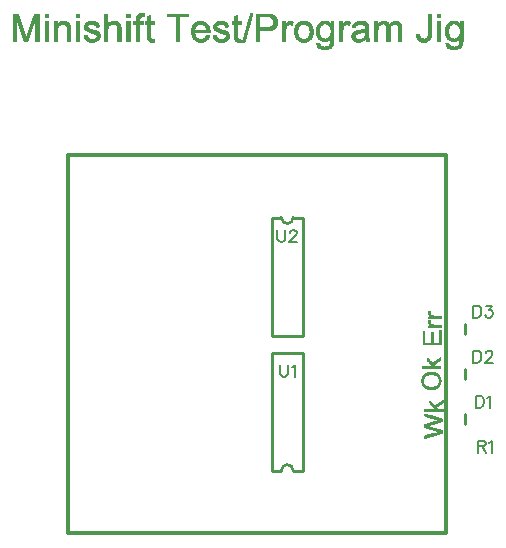
<source format=gto>
G04 DipTrace 2.3.1.0*
%INminishiftjig_TopSilk.gto*%
%MOIN*%
%ADD10C,0.0098*%
%ADD12C,0.003*%
%ADD14C,0.0125*%
%ADD35C,0.0062*%
%FSLAX44Y44*%
G04*
G70*
G90*
G75*
G01*
%LNTopSilk*%
%LPD*%
X14199Y8219D2*
D10*
Y12155D1*
X13175Y8219D2*
Y12155D1*
X14199D2*
X13175D1*
X14199Y8219D2*
X13884D1*
X13490D2*
X13175D1*
X13884D2*
G03X13490Y8219I-197J0D01*
G01*
X13175Y16655D2*
Y12719D1*
X14199Y16655D2*
Y12719D1*
X13175D2*
X14199D1*
X13175Y16655D2*
X13490D1*
X13884D2*
X14199D1*
X13490D2*
G03X13884Y16655I197J0D01*
G01*
X19602Y9780D2*
Y10094D1*
Y11280D2*
Y11594D1*
Y12780D2*
Y13094D1*
X6387Y18737D2*
D14*
X18987D1*
Y6137D1*
X6387D1*
Y18737D1*
X8757Y23462D2*
D12*
X8907D1*
X12447D2*
X12522D1*
X4527Y23447D2*
X4707D1*
X5247D2*
X5397D1*
X5607D2*
X5712D1*
X6642D2*
X6747D1*
X7587D2*
X7692D1*
X8322D2*
X8427D1*
X8735D2*
X8914D1*
X9672D2*
X10392D1*
X12442D2*
X12520D1*
X12642D2*
X13122D1*
X18372D2*
X18477D1*
X18687D2*
X18792D1*
X4527Y23432D2*
X4709D1*
X5240D2*
X5397D1*
X5607D2*
X5712D1*
X6642D2*
X6747D1*
X7587D2*
X7692D1*
X8322D2*
X8427D1*
X8716D2*
X8918D1*
X9672D2*
X10392D1*
X12012D2*
D3*
X12437D2*
X12516D1*
X12642D2*
X13168D1*
X18372D2*
X18477D1*
X18687D2*
X18792D1*
X4527Y23417D2*
X4713D1*
X5233D2*
X5397D1*
X5607D2*
X5712D1*
X6642D2*
X6747D1*
X7587D2*
X7692D1*
X8322D2*
X8427D1*
X8699D2*
X8921D1*
X9102D2*
X9117D1*
X9672D2*
X10392D1*
X11990D2*
X12012D1*
X12432D2*
X12512D1*
X12642D2*
X13205D1*
X18372D2*
X18477D1*
X18687D2*
X18792D1*
X4527Y23402D2*
X4718D1*
X5227D2*
X5397D1*
X5607D2*
X5712D1*
X6642D2*
X6747D1*
X7587D2*
X7692D1*
X8322D2*
X8427D1*
X8685D2*
X8918D1*
X9075D2*
X9117D1*
X9672D2*
X10392D1*
X11966D2*
X12012D1*
X12427D2*
X12507D1*
X12642D2*
X13232D1*
X18372D2*
X18477D1*
X18687D2*
X18792D1*
X4527Y23387D2*
X4722D1*
X5222D2*
X5397D1*
X5607D2*
X5712D1*
X6642D2*
X6747D1*
X7587D2*
X7692D1*
X8322D2*
X8427D1*
X8674D2*
X8903D1*
X9052D2*
X9117D1*
X9672D2*
X10392D1*
X11945D2*
X12012D1*
X12422D2*
X12502D1*
X12642D2*
X13253D1*
X18372D2*
X18477D1*
X18687D2*
X18792D1*
X4527Y23372D2*
X4727D1*
X5217D2*
X5397D1*
X5607D2*
X5712D1*
X6642D2*
X6747D1*
X7587D2*
X7692D1*
X8322D2*
X8427D1*
X8665D2*
X8866D1*
X9034D2*
X9117D1*
X9672D2*
X10392D1*
X11929D2*
X12012D1*
X12419D2*
X12497D1*
X12642D2*
X13270D1*
X18372D2*
X18477D1*
X18687D2*
X18792D1*
X4527Y23357D2*
X4732D1*
X5212D2*
X5397D1*
X5607D2*
X5712D1*
X6642D2*
X6747D1*
X7587D2*
X7692D1*
X8322D2*
X8427D1*
X8659D2*
X8827D1*
X9021D2*
X9117D1*
X9672D2*
X10392D1*
X11916D2*
X12012D1*
X12416D2*
X12494D1*
X12642D2*
X13286D1*
X18372D2*
X18477D1*
X18687D2*
X18792D1*
X4527Y23342D2*
X4737D1*
X5207D2*
X5397D1*
X5607D2*
X5712D1*
X6642D2*
X6747D1*
X7587D2*
X7692D1*
X8322D2*
X8427D1*
X8655D2*
X8798D1*
X9016D2*
X9117D1*
X9987D2*
X10092D1*
X11911D2*
X12012D1*
X12411D2*
X12491D1*
X12642D2*
X12747D1*
X13101D2*
X13299D1*
X18372D2*
X18477D1*
X18687D2*
X18792D1*
X4527Y23327D2*
X4742D1*
X5202D2*
X5397D1*
X5607D2*
X5712D1*
X6642D2*
X6747D1*
X7587D2*
X7692D1*
X8322D2*
X8427D1*
X8653D2*
X8776D1*
X9014D2*
X9117D1*
X9987D2*
X10092D1*
X11909D2*
X12012D1*
X12407D2*
X12486D1*
X12642D2*
X12747D1*
X13134D2*
X13310D1*
X18372D2*
X18477D1*
X18687D2*
X18792D1*
X4527Y23312D2*
X4747D1*
X5197D2*
X5397D1*
X7587D2*
X7692D1*
X8653D2*
X8767D1*
X9013D2*
X9117D1*
X9987D2*
X10092D1*
X11908D2*
X12012D1*
X12402D2*
X12482D1*
X12642D2*
X12747D1*
X13159D2*
X13319D1*
X18372D2*
X18477D1*
X4527Y23297D2*
X4752D1*
X5192D2*
X5397D1*
X7587D2*
X7692D1*
X8652D2*
X8761D1*
X9012D2*
X9117D1*
X9987D2*
X10092D1*
X11907D2*
X12012D1*
X12397D2*
X12477D1*
X12642D2*
X12747D1*
X13178D2*
X13326D1*
X18372D2*
X18477D1*
X4527Y23282D2*
X4632D1*
X4663D2*
X4757D1*
X5187D2*
X5397D1*
X7587D2*
X7692D1*
X8652D2*
X8759D1*
X9012D2*
X9117D1*
X9987D2*
X10092D1*
X11907D2*
X12012D1*
X12392D2*
X12472D1*
X12642D2*
X12747D1*
X13193D2*
X13331D1*
X18372D2*
X18477D1*
X4527Y23267D2*
X4632D1*
X4665D2*
X4762D1*
X5182D2*
X5261D1*
X5292D2*
X5397D1*
X7587D2*
X7692D1*
X8652D2*
X8758D1*
X9012D2*
X9117D1*
X9987D2*
X10092D1*
X11907D2*
X12012D1*
X12389D2*
X12467D1*
X12642D2*
X12747D1*
X13203D2*
X13337D1*
X18372D2*
X18477D1*
X4527Y23252D2*
X4632D1*
X4668D2*
X4767D1*
X5177D2*
X5260D1*
X5292D2*
X5397D1*
X7587D2*
X7692D1*
X8652D2*
X8757D1*
X9012D2*
X9117D1*
X9987D2*
X10092D1*
X11907D2*
X12012D1*
X12386D2*
X12464D1*
X12642D2*
X12747D1*
X13210D2*
X13341D1*
X18372D2*
X18477D1*
X4527Y23237D2*
X4632D1*
X4673D2*
X4772D1*
X5172D2*
X5256D1*
X5292D2*
X5397D1*
X7587D2*
X7692D1*
X8652D2*
X8757D1*
X9012D2*
X9117D1*
X9987D2*
X10092D1*
X11907D2*
X12012D1*
X12381D2*
X12461D1*
X12642D2*
X12747D1*
X13216D2*
X13344D1*
X18372D2*
X18477D1*
X4527Y23222D2*
X4632D1*
X4677D2*
X4777D1*
X5167D2*
X5251D1*
X5292D2*
X5397D1*
X7587D2*
X7692D1*
X8652D2*
X8757D1*
X9012D2*
X9117D1*
X9987D2*
X10092D1*
X11907D2*
X12012D1*
X12377D2*
X12456D1*
X12642D2*
X12747D1*
X13221D2*
X13346D1*
X18372D2*
X18477D1*
X4527Y23207D2*
X4632D1*
X4682D2*
X4782D1*
X5162D2*
X5247D1*
X5292D2*
X5397D1*
X6147D2*
X6282D1*
X7077D2*
X7242D1*
X7587D2*
X7692D1*
X7842D2*
X7962D1*
X8652D2*
X8757D1*
X9012D2*
X9117D1*
X9987D2*
X10092D1*
X10722D2*
X10857D1*
X11382D2*
X11547D1*
X11907D2*
X12012D1*
X12372D2*
X12452D1*
X12642D2*
X12747D1*
X13224D2*
X13347D1*
X13722D2*
X13812D1*
X14157D2*
X14292D1*
X14847D2*
X14997D1*
X15627D2*
X15717D1*
X16047D2*
X16227D1*
X16827D2*
X16962D1*
X17232D2*
X17352D1*
X18372D2*
X18477D1*
X19152D2*
X19302D1*
X4527Y23192D2*
X4632D1*
X4687D2*
X4787D1*
X5157D2*
X5242D1*
X5292D2*
X5397D1*
X5607D2*
X5712D1*
X5907D2*
X5997D1*
X6118D2*
X6316D1*
X6642D2*
X6747D1*
X7043D2*
X7278D1*
X7587D2*
X7692D1*
X7806D2*
X7996D1*
X8322D2*
X8427D1*
X8547D2*
X8877D1*
X8937D2*
X9237D1*
X9987D2*
X10092D1*
X10683D2*
X10893D1*
X11348D2*
X11583D1*
X11832D2*
X12132D1*
X12367D2*
X12449D1*
X12642D2*
X12747D1*
X13226D2*
X13347D1*
X13512D2*
X13602D1*
X13700D2*
X13842D1*
X14116D2*
X14333D1*
X14813D2*
X15028D1*
X15132D2*
X15222D1*
X15417D2*
X15507D1*
X15605D2*
X15747D1*
X16004D2*
X16268D1*
X16587D2*
X16677D1*
X16796D2*
X16989D1*
X17201D2*
X17381D1*
X18372D2*
X18477D1*
X18687D2*
X18792D1*
X19118D2*
X19333D1*
X19437D2*
X19527D1*
X4527Y23177D2*
X4632D1*
X4692D2*
X4792D1*
X5152D2*
X5237D1*
X5292D2*
X5397D1*
X5607D2*
X5712D1*
X5907D2*
X5997D1*
X6090D2*
X6344D1*
X6642D2*
X6747D1*
X7013D2*
X7310D1*
X7587D2*
X7693D1*
X7773D2*
X8024D1*
X8322D2*
X8427D1*
X8547D2*
X8877D1*
X8937D2*
X9237D1*
X9987D2*
X10092D1*
X10650D2*
X10925D1*
X11318D2*
X11615D1*
X11832D2*
X12132D1*
X12362D2*
X12446D1*
X12642D2*
X12747D1*
X13227D2*
X13347D1*
X13512D2*
X13602D1*
X13681D2*
X13872D1*
X14081D2*
X14368D1*
X14785D2*
X15056D1*
X15131D2*
X15222D1*
X15417D2*
X15507D1*
X15586D2*
X15777D1*
X15968D2*
X16300D1*
X16587D2*
X16677D1*
X16768D2*
X17013D1*
X17174D2*
X17404D1*
X18372D2*
X18477D1*
X18687D2*
X18792D1*
X19090D2*
X19361D1*
X19436D2*
X19527D1*
X4527Y23162D2*
X4632D1*
X4697D2*
X4797D1*
X5147D2*
X5232D1*
X5292D2*
X5397D1*
X5607D2*
X5712D1*
X5907D2*
X5998D1*
X6066D2*
X6366D1*
X6642D2*
X6747D1*
X6989D2*
X7336D1*
X7587D2*
X7695D1*
X7745D2*
X8046D1*
X8322D2*
X8427D1*
X8547D2*
X8877D1*
X8937D2*
X9237D1*
X9987D2*
X10092D1*
X10625D2*
X10951D1*
X11294D2*
X11641D1*
X11832D2*
X12132D1*
X12359D2*
X12441D1*
X12642D2*
X12747D1*
X13226D2*
X13347D1*
X13512D2*
X13602D1*
X13664D2*
X13865D1*
X14053D2*
X14396D1*
X14763D2*
X15082D1*
X15129D2*
X15222D1*
X15417D2*
X15507D1*
X15569D2*
X15770D1*
X15939D2*
X16324D1*
X16587D2*
X16678D1*
X16745D2*
X17032D1*
X17150D2*
X17423D1*
X18372D2*
X18477D1*
X18687D2*
X18792D1*
X19068D2*
X19387D1*
X19434D2*
X19527D1*
X4527Y23147D2*
X4632D1*
X4702D2*
X4802D1*
X5142D2*
X5227D1*
X5292D2*
X5397D1*
X5607D2*
X5712D1*
X5907D2*
X6000D1*
X6043D2*
X6384D1*
X6642D2*
X6747D1*
X6971D2*
X7355D1*
X7587D2*
X7700D1*
X7718D2*
X8064D1*
X8322D2*
X8427D1*
X8547D2*
X8877D1*
X8937D2*
X9237D1*
X9987D2*
X10092D1*
X10605D2*
X10972D1*
X11276D2*
X11660D1*
X11832D2*
X12132D1*
X12356D2*
X12437D1*
X12642D2*
X12747D1*
X13224D2*
X13346D1*
X13512D2*
X13603D1*
X13650D2*
X13858D1*
X14030D2*
X14418D1*
X14744D2*
X15107D1*
X15124D2*
X15222D1*
X15417D2*
X15508D1*
X15555D2*
X15763D1*
X15918D2*
X16341D1*
X16587D2*
X16680D1*
X16723D2*
X17048D1*
X17130D2*
X17438D1*
X18372D2*
X18477D1*
X18687D2*
X18792D1*
X19049D2*
X19412D1*
X19429D2*
X19527D1*
X4527Y23132D2*
X4632D1*
X4707D2*
X4807D1*
X5136D2*
X5222D1*
X5292D2*
X5397D1*
X5607D2*
X5712D1*
X5907D2*
X6005D1*
X6021D2*
X6399D1*
X6642D2*
X6747D1*
X6956D2*
X7368D1*
X7587D2*
X8079D1*
X8322D2*
X8427D1*
X8547D2*
X8877D1*
X8937D2*
X9237D1*
X9987D2*
X10092D1*
X10588D2*
X10990D1*
X11261D2*
X11673D1*
X11832D2*
X12132D1*
X12351D2*
X12432D1*
X12642D2*
X12747D1*
X13220D2*
X13345D1*
X13512D2*
X13605D1*
X13638D2*
X13853D1*
X14011D2*
X14436D1*
X14728D2*
X15222D1*
X15417D2*
X15510D1*
X15543D2*
X15758D1*
X15902D2*
X16354D1*
X16587D2*
X16685D1*
X16700D2*
X17060D1*
X17111D2*
X17450D1*
X18372D2*
X18477D1*
X18687D2*
X18792D1*
X19033D2*
X19527D1*
X4527Y23117D2*
X4632D1*
X4712D2*
X4812D1*
X5130D2*
X5217D1*
X5292D2*
X5397D1*
X5607D2*
X5712D1*
X5907D2*
X6165D1*
X6218D2*
X6410D1*
X6642D2*
X6747D1*
X6943D2*
X7131D1*
X7188D2*
X7379D1*
X7587D2*
X7846D1*
X7893D2*
X8090D1*
X8322D2*
X8427D1*
X8547D2*
X8877D1*
X8937D2*
X9237D1*
X9987D2*
X10092D1*
X10573D2*
X10760D1*
X10823D2*
X11006D1*
X11248D2*
X11436D1*
X11493D2*
X11684D1*
X11832D2*
X12132D1*
X12347D2*
X12427D1*
X12642D2*
X12747D1*
X13215D2*
X13341D1*
X13512D2*
X13610D1*
X13628D2*
X13848D1*
X13996D2*
X14191D1*
X14258D2*
X14449D1*
X14715D2*
X14878D1*
X14976D2*
X15222D1*
X15417D2*
X15515D1*
X15533D2*
X15753D1*
X15890D2*
X16084D1*
X16140D2*
X16364D1*
X16587D2*
X16832D1*
X16901D2*
X17071D1*
X17089D2*
X17236D1*
X17286D2*
X17459D1*
X18372D2*
X18477D1*
X18687D2*
X18792D1*
X19020D2*
X19183D1*
X19281D2*
X19527D1*
X4527Y23102D2*
X4632D1*
X4717D2*
X4817D1*
X5123D2*
X5212D1*
X5292D2*
X5397D1*
X5607D2*
X5712D1*
X5907D2*
X6127D1*
X6255D2*
X6419D1*
X6642D2*
X6747D1*
X6933D2*
X7090D1*
X7229D2*
X7387D1*
X7587D2*
X7809D1*
X7934D2*
X8099D1*
X8322D2*
X8427D1*
X8652D2*
X8757D1*
X9012D2*
X9117D1*
X9987D2*
X10092D1*
X10558D2*
X10717D1*
X10860D2*
X11019D1*
X11238D2*
X11395D1*
X11534D2*
X11692D1*
X11907D2*
X12012D1*
X12342D2*
X12422D1*
X12642D2*
X12747D1*
X13208D2*
X13336D1*
X13512D2*
X13844D1*
X13984D2*
X14154D1*
X14295D2*
X14461D1*
X14704D2*
X14850D1*
X15009D2*
X15222D1*
X15417D2*
X15749D1*
X15880D2*
X16039D1*
X16190D2*
X16373D1*
X16587D2*
X16798D1*
X16926D2*
X17199D1*
X17318D2*
X17468D1*
X18372D2*
X18477D1*
X18687D2*
X18792D1*
X19009D2*
X19155D1*
X19314D2*
X19527D1*
X4527Y23087D2*
X4632D1*
X4722D2*
X4822D1*
X5118D2*
X5207D1*
X5292D2*
X5397D1*
X5607D2*
X5712D1*
X5907D2*
X6095D1*
X6283D2*
X6426D1*
X6642D2*
X6747D1*
X6925D2*
X7060D1*
X7259D2*
X7395D1*
X7587D2*
X7780D1*
X7964D2*
X8106D1*
X8322D2*
X8427D1*
X8652D2*
X8757D1*
X9012D2*
X9117D1*
X9987D2*
X10092D1*
X10545D2*
X10684D1*
X10889D2*
X11030D1*
X11230D2*
X11365D1*
X11564D2*
X11700D1*
X11907D2*
X12012D1*
X12337D2*
X12419D1*
X12642D2*
X12747D1*
X13200D2*
X13332D1*
X13512D2*
X13710D1*
X13797D2*
X13842D1*
X13975D2*
X14125D1*
X14324D2*
X14472D1*
X14695D2*
X14827D1*
X15034D2*
X15222D1*
X15417D2*
X15615D1*
X15702D2*
X15747D1*
X15871D2*
X16005D1*
X16225D2*
X16380D1*
X16587D2*
X16772D1*
X16946D2*
X17171D1*
X17341D2*
X17475D1*
X18372D2*
X18477D1*
X18687D2*
X18792D1*
X19000D2*
X19132D1*
X19339D2*
X19527D1*
X4527Y23072D2*
X4632D1*
X4727D2*
X4827D1*
X5112D2*
X5202D1*
X5292D2*
X5397D1*
X5607D2*
X5712D1*
X5907D2*
X6071D1*
X6303D2*
X6431D1*
X6642D2*
X6747D1*
X6919D2*
X7038D1*
X7281D2*
X7401D1*
X7587D2*
X7758D1*
X7986D2*
X8111D1*
X8322D2*
X8427D1*
X8652D2*
X8757D1*
X9012D2*
X9117D1*
X9987D2*
X10092D1*
X10534D2*
X10660D1*
X10911D2*
X11039D1*
X11224D2*
X11343D1*
X11586D2*
X11706D1*
X11907D2*
X12012D1*
X12332D2*
X12416D1*
X12642D2*
X12747D1*
X13190D2*
X13326D1*
X13512D2*
X13687D1*
X13966D2*
X14103D1*
X14346D2*
X14481D1*
X14686D2*
X14809D1*
X15054D2*
X15222D1*
X15417D2*
X15592D1*
X15863D2*
X15982D1*
X16248D2*
X16386D1*
X16587D2*
X16752D1*
X16960D2*
X17150D1*
X17357D2*
X17481D1*
X18372D2*
X18477D1*
X18687D2*
X18792D1*
X18991D2*
X19114D1*
X19359D2*
X19527D1*
X4527Y23057D2*
X4632D1*
X4732D2*
X4832D1*
X5107D2*
X5197D1*
X5292D2*
X5397D1*
X5607D2*
X5712D1*
X5907D2*
X6054D1*
X6318D2*
X6437D1*
X6642D2*
X6747D1*
X6915D2*
X7028D1*
X7292D2*
X7404D1*
X7587D2*
X7740D1*
X7997D2*
X8117D1*
X8322D2*
X8427D1*
X8652D2*
X8757D1*
X9012D2*
X9117D1*
X9987D2*
X10092D1*
X10525D2*
X10643D1*
X10929D2*
X11048D1*
X11220D2*
X11333D1*
X11597D2*
X11709D1*
X11907D2*
X12012D1*
X12329D2*
X12411D1*
X12642D2*
X12747D1*
X13175D2*
X13320D1*
X13512D2*
X13669D1*
X13958D2*
X14085D1*
X14364D2*
X14490D1*
X14678D2*
X14795D1*
X15070D2*
X15222D1*
X15417D2*
X15574D1*
X15856D2*
X15967D1*
X16263D2*
X16389D1*
X16587D2*
X16736D1*
X16969D2*
X17136D1*
X17368D2*
X17484D1*
X18372D2*
X18477D1*
X18687D2*
X18792D1*
X18983D2*
X19100D1*
X19375D2*
X19527D1*
X4527Y23042D2*
X4632D1*
X4737D2*
X4837D1*
X5102D2*
X5192D1*
X5292D2*
X5397D1*
X5607D2*
X5712D1*
X5907D2*
X6042D1*
X6325D2*
X6441D1*
X6642D2*
X6747D1*
X6913D2*
X7021D1*
X7300D2*
X7406D1*
X7587D2*
X7726D1*
X8005D2*
X8121D1*
X8322D2*
X8427D1*
X8652D2*
X8757D1*
X9012D2*
X9117D1*
X9987D2*
X10092D1*
X10516D2*
X10629D1*
X10943D2*
X11055D1*
X11218D2*
X11326D1*
X11605D2*
X11711D1*
X11907D2*
X12012D1*
X12326D2*
X12407D1*
X12642D2*
X12747D1*
X13150D2*
X13313D1*
X13512D2*
X13655D1*
X13951D2*
X14070D1*
X14379D2*
X14498D1*
X14671D2*
X14785D1*
X15084D2*
X15222D1*
X15417D2*
X15560D1*
X15849D2*
X15956D1*
X16273D2*
X16391D1*
X16587D2*
X16724D1*
X16976D2*
X17126D1*
X17375D2*
X17486D1*
X18372D2*
X18477D1*
X18687D2*
X18792D1*
X18976D2*
X19090D1*
X19389D2*
X19527D1*
X4527Y23027D2*
X4632D1*
X4742D2*
X4842D1*
X5097D2*
X5187D1*
X5292D2*
X5397D1*
X5607D2*
X5712D1*
X5907D2*
X6034D1*
X6331D2*
X6444D1*
X6642D2*
X6747D1*
X6913D2*
X7020D1*
X7308D2*
X7407D1*
X7587D2*
X7716D1*
X8011D2*
X8124D1*
X8322D2*
X8427D1*
X8652D2*
X8757D1*
X9012D2*
X9117D1*
X9987D2*
X10092D1*
X10509D2*
X10618D1*
X10953D2*
X11061D1*
X11218D2*
X11325D1*
X11613D2*
X11712D1*
X11907D2*
X12012D1*
X12321D2*
X12402D1*
X12642D2*
X12747D1*
X13114D2*
X13305D1*
X13512D2*
X13646D1*
X13944D2*
X14059D1*
X14390D2*
X14505D1*
X14664D2*
X14777D1*
X15095D2*
X15222D1*
X15417D2*
X15551D1*
X15842D2*
X15949D1*
X16280D2*
X16392D1*
X16587D2*
X16716D1*
X16982D2*
X17119D1*
X17379D2*
X17487D1*
X18372D2*
X18477D1*
X18687D2*
X18792D1*
X18969D2*
X19082D1*
X19400D2*
X19527D1*
X4527Y23012D2*
X4632D1*
X4747D2*
X4847D1*
X5092D2*
X5181D1*
X5292D2*
X5397D1*
X5607D2*
X5712D1*
X5907D2*
X6028D1*
X6336D2*
X6446D1*
X6642D2*
X6747D1*
X6912D2*
X7027D1*
X7317D2*
X7332D1*
X7587D2*
X7709D1*
X8016D2*
X8126D1*
X8322D2*
X8427D1*
X8652D2*
X8757D1*
X9012D2*
X9117D1*
X9987D2*
X10092D1*
X10503D2*
X10610D1*
X10960D2*
X11067D1*
X11217D2*
X11332D1*
X11622D2*
X11637D1*
X11907D2*
X12012D1*
X12317D2*
X12397D1*
X12642D2*
X12747D1*
X13068D2*
X13296D1*
X13512D2*
X13639D1*
X13938D2*
X14050D1*
X14399D2*
X14511D1*
X14658D2*
X14769D1*
X15104D2*
X15222D1*
X15417D2*
X15544D1*
X15837D2*
X15945D1*
X16284D2*
X16392D1*
X16587D2*
X16710D1*
X16986D2*
X17113D1*
X17381D2*
X17487D1*
X18372D2*
X18477D1*
X18687D2*
X18792D1*
X18963D2*
X19074D1*
X19409D2*
X19527D1*
X4527Y22997D2*
X4632D1*
X4752D2*
X4852D1*
X5087D2*
X5175D1*
X5292D2*
X5397D1*
X5607D2*
X5712D1*
X5907D2*
X6022D1*
X6339D2*
X6447D1*
X6642D2*
X6747D1*
X6913D2*
X7038D1*
X7587D2*
X7703D1*
X8019D2*
X8127D1*
X8322D2*
X8427D1*
X8652D2*
X8757D1*
X9012D2*
X9117D1*
X9987D2*
X10092D1*
X10499D2*
X10605D1*
X10966D2*
X11072D1*
X11218D2*
X11343D1*
X11907D2*
X12012D1*
X12312D2*
X12392D1*
X12642D2*
X13284D1*
X13512D2*
X13635D1*
X13934D2*
X14044D1*
X14405D2*
X14515D1*
X14654D2*
X14763D1*
X15110D2*
X15222D1*
X15417D2*
X15540D1*
X15912D2*
X15942D1*
X16285D2*
X16392D1*
X16587D2*
X16706D1*
X16989D2*
X17107D1*
X17381D2*
X17487D1*
X18372D2*
X18477D1*
X18687D2*
X18792D1*
X18959D2*
X19068D1*
X19415D2*
X19527D1*
X4527Y22982D2*
X4632D1*
X4757D2*
X4857D1*
X5082D2*
X5168D1*
X5292D2*
X5397D1*
X5607D2*
X5712D1*
X5907D2*
X6018D1*
X6341D2*
X6447D1*
X6642D2*
X6747D1*
X6915D2*
X7056D1*
X7587D2*
X7698D1*
X8021D2*
X8127D1*
X8322D2*
X8427D1*
X8652D2*
X8757D1*
X9012D2*
X9117D1*
X9987D2*
X10092D1*
X10496D2*
X10601D1*
X10971D2*
X11076D1*
X11220D2*
X11361D1*
X11907D2*
X12012D1*
X12307D2*
X12389D1*
X12642D2*
X13270D1*
X13512D2*
X13631D1*
X13931D2*
X14040D1*
X14409D2*
X14518D1*
X14651D2*
X14757D1*
X15114D2*
X15222D1*
X15417D2*
X15536D1*
X16284D2*
X16392D1*
X16587D2*
X16702D1*
X16991D2*
X17103D1*
X17382D2*
X17487D1*
X18372D2*
X18477D1*
X18687D2*
X18792D1*
X18956D2*
X19062D1*
X19419D2*
X19527D1*
X4527Y22967D2*
X4632D1*
X4762D2*
X4862D1*
X5077D2*
X5163D1*
X5292D2*
X5397D1*
X5607D2*
X5712D1*
X5907D2*
X6015D1*
X6342D2*
X6447D1*
X6642D2*
X6747D1*
X6919D2*
X7084D1*
X7587D2*
X7695D1*
X8022D2*
X8127D1*
X8322D2*
X8427D1*
X8652D2*
X8757D1*
X9012D2*
X9117D1*
X9987D2*
X10092D1*
X10491D2*
X10597D1*
X10974D2*
X11079D1*
X11224D2*
X11389D1*
X11907D2*
X12012D1*
X12302D2*
X12386D1*
X12642D2*
X13253D1*
X13512D2*
X13626D1*
X13926D2*
X14036D1*
X14413D2*
X14523D1*
X14646D2*
X14752D1*
X15118D2*
X15222D1*
X15417D2*
X15531D1*
X16272D2*
X16392D1*
X16587D2*
X16697D1*
X16992D2*
X17100D1*
X17382D2*
X17487D1*
X18372D2*
X18477D1*
X18687D2*
X18792D1*
X18951D2*
X19057D1*
X19423D2*
X19527D1*
X4527Y22952D2*
X4632D1*
X4767D2*
X4867D1*
X5072D2*
X5157D1*
X5292D2*
X5397D1*
X5607D2*
X5712D1*
X5907D2*
X6013D1*
X6342D2*
X6447D1*
X6642D2*
X6747D1*
X6925D2*
X7122D1*
X7587D2*
X7693D1*
X8022D2*
X8127D1*
X8322D2*
X8427D1*
X8652D2*
X8757D1*
X9012D2*
X9117D1*
X9987D2*
X10092D1*
X10487D2*
X10592D1*
X10976D2*
X11081D1*
X11230D2*
X11427D1*
X11907D2*
X12012D1*
X12299D2*
X12381D1*
X12642D2*
X13229D1*
X13512D2*
X13622D1*
X13922D2*
X14031D1*
X14418D2*
X14527D1*
X14642D2*
X14748D1*
X15123D2*
X15222D1*
X15417D2*
X15527D1*
X16235D2*
X16392D1*
X16587D2*
X16695D1*
X16992D2*
X17098D1*
X17382D2*
X17487D1*
X18372D2*
X18477D1*
X18687D2*
X18792D1*
X18947D2*
X19053D1*
X19428D2*
X19527D1*
X4527Y22937D2*
X4632D1*
X4772D2*
X4872D1*
X5067D2*
X5152D1*
X5292D2*
X5397D1*
X5607D2*
X5712D1*
X5907D2*
X6012D1*
X6342D2*
X6447D1*
X6642D2*
X6747D1*
X6934D2*
X7168D1*
X7587D2*
X7692D1*
X8022D2*
X8127D1*
X8322D2*
X8427D1*
X8652D2*
X8757D1*
X9012D2*
X9117D1*
X9987D2*
X10092D1*
X10485D2*
X10589D1*
X10977D2*
X11084D1*
X11239D2*
X11473D1*
X11907D2*
X12012D1*
X12296D2*
X12377D1*
X12642D2*
X13196D1*
X13512D2*
X13620D1*
X13920D2*
X14027D1*
X14422D2*
X14529D1*
X14640D2*
X14745D1*
X15127D2*
X15222D1*
X15417D2*
X15525D1*
X16179D2*
X16392D1*
X16587D2*
X16693D1*
X16992D2*
X17097D1*
X17382D2*
X17487D1*
X18372D2*
X18477D1*
X18687D2*
X18792D1*
X18945D2*
X19050D1*
X19432D2*
X19527D1*
X4527Y22922D2*
X4632D1*
X4777D2*
X4877D1*
X5062D2*
X5147D1*
X5292D2*
X5397D1*
X5607D2*
X5712D1*
X5907D2*
X6012D1*
X6342D2*
X6447D1*
X6642D2*
X6747D1*
X6945D2*
X7216D1*
X7587D2*
X7692D1*
X8022D2*
X8127D1*
X8322D2*
X8427D1*
X8652D2*
X8757D1*
X9012D2*
X9117D1*
X9987D2*
X10092D1*
X10483D2*
X11088D1*
X11250D2*
X11521D1*
X11907D2*
X12012D1*
X12291D2*
X12372D1*
X12642D2*
X13154D1*
X13512D2*
X13618D1*
X13918D2*
X14025D1*
X14424D2*
X14531D1*
X14638D2*
X14743D1*
X15129D2*
X15222D1*
X15417D2*
X15523D1*
X16111D2*
X16392D1*
X16587D2*
X16692D1*
X16992D2*
X17097D1*
X17382D2*
X17487D1*
X18372D2*
X18477D1*
X18687D2*
X18792D1*
X18943D2*
X19048D1*
X19434D2*
X19527D1*
X4527Y22907D2*
X4632D1*
X4782D2*
X4882D1*
X5057D2*
X5142D1*
X5292D2*
X5397D1*
X5607D2*
X5712D1*
X5907D2*
X6012D1*
X6342D2*
X6447D1*
X6642D2*
X6747D1*
X6959D2*
X7263D1*
X7587D2*
X7692D1*
X8022D2*
X8127D1*
X8322D2*
X8427D1*
X8652D2*
X8757D1*
X9012D2*
X9117D1*
X9987D2*
X10092D1*
X10482D2*
X11092D1*
X11264D2*
X11568D1*
X11907D2*
X12012D1*
X12287D2*
X12367D1*
X12642D2*
X13107D1*
X13512D2*
X13617D1*
X13917D2*
X14023D1*
X14426D2*
X14532D1*
X14637D2*
X14742D1*
X15131D2*
X15222D1*
X15417D2*
X15522D1*
X16045D2*
X16392D1*
X16587D2*
X16692D1*
X16992D2*
X17097D1*
X17382D2*
X17487D1*
X18372D2*
X18477D1*
X18687D2*
X18792D1*
X18942D2*
X19047D1*
X19436D2*
X19527D1*
X4527Y22892D2*
X4632D1*
X4787D2*
X4887D1*
X5052D2*
X5137D1*
X5292D2*
X5397D1*
X5607D2*
X5712D1*
X5907D2*
X6012D1*
X6342D2*
X6447D1*
X6642D2*
X6747D1*
X6976D2*
X7304D1*
X7587D2*
X7692D1*
X8022D2*
X8127D1*
X8322D2*
X8427D1*
X8652D2*
X8757D1*
X9012D2*
X9117D1*
X9987D2*
X10092D1*
X10482D2*
X11095D1*
X11281D2*
X11609D1*
X11907D2*
X12012D1*
X12284D2*
X12362D1*
X12642D2*
X12747D1*
X13512D2*
X13617D1*
X13917D2*
X14022D1*
X14427D2*
X14532D1*
X14637D2*
X14742D1*
X15132D2*
X15222D1*
X15417D2*
X15522D1*
X15989D2*
X16392D1*
X16587D2*
X16692D1*
X16992D2*
X17097D1*
X17382D2*
X17487D1*
X18372D2*
X18477D1*
X18687D2*
X18792D1*
X18942D2*
X19047D1*
X19437D2*
X19527D1*
X4527Y22877D2*
X4632D1*
X4792D2*
X4892D1*
X5047D2*
X5132D1*
X5292D2*
X5397D1*
X5607D2*
X5712D1*
X5907D2*
X6012D1*
X6342D2*
X6447D1*
X6642D2*
X6747D1*
X6998D2*
X7338D1*
X7587D2*
X7692D1*
X8022D2*
X8127D1*
X8322D2*
X8427D1*
X8652D2*
X8757D1*
X9012D2*
X9117D1*
X9987D2*
X10092D1*
X10482D2*
X11096D1*
X11303D2*
X11643D1*
X11907D2*
X12012D1*
X12281D2*
X12359D1*
X12642D2*
X12747D1*
X13512D2*
X13617D1*
X13917D2*
X14022D1*
X14427D2*
X14532D1*
X14637D2*
X14742D1*
X15132D2*
X15222D1*
X15417D2*
X15522D1*
X15945D2*
X16392D1*
X16587D2*
X16692D1*
X16992D2*
X17097D1*
X17382D2*
X17487D1*
X18372D2*
X18477D1*
X18687D2*
X18792D1*
X18942D2*
X19047D1*
X19437D2*
X19527D1*
X4527Y22862D2*
X4632D1*
X4797D2*
X4897D1*
X5042D2*
X5127D1*
X5292D2*
X5397D1*
X5607D2*
X5712D1*
X5907D2*
X6012D1*
X6342D2*
X6447D1*
X6642D2*
X6747D1*
X7027D2*
X7365D1*
X7587D2*
X7692D1*
X8022D2*
X8127D1*
X8322D2*
X8427D1*
X8652D2*
X8757D1*
X9012D2*
X9117D1*
X9987D2*
X10092D1*
X10482D2*
X11097D1*
X11332D2*
X11670D1*
X11907D2*
X12012D1*
X12276D2*
X12356D1*
X12642D2*
X12747D1*
X13512D2*
X13617D1*
X13917D2*
X14022D1*
X14427D2*
X14532D1*
X14637D2*
X14742D1*
X15132D2*
X15222D1*
X15417D2*
X15522D1*
X15913D2*
X16392D1*
X16587D2*
X16692D1*
X16992D2*
X17097D1*
X17382D2*
X17487D1*
X18372D2*
X18477D1*
X18687D2*
X18792D1*
X18942D2*
X19047D1*
X19437D2*
X19527D1*
X4527Y22847D2*
X4632D1*
X4802D2*
X4902D1*
X5037D2*
X5122D1*
X5292D2*
X5397D1*
X5607D2*
X5712D1*
X5907D2*
X6012D1*
X6342D2*
X6447D1*
X6642D2*
X6747D1*
X7065D2*
X7384D1*
X7587D2*
X7692D1*
X8022D2*
X8127D1*
X8322D2*
X8427D1*
X8652D2*
X8757D1*
X9012D2*
X9117D1*
X9987D2*
X10092D1*
X10482D2*
X11097D1*
X11370D2*
X11689D1*
X11907D2*
X12012D1*
X12272D2*
X12351D1*
X12642D2*
X12747D1*
X13512D2*
X13617D1*
X13917D2*
X14022D1*
X14427D2*
X14532D1*
X14637D2*
X14742D1*
X15132D2*
X15222D1*
X15417D2*
X15522D1*
X15889D2*
X16225D1*
X16287D2*
X16392D1*
X16587D2*
X16692D1*
X16992D2*
X17097D1*
X17382D2*
X17487D1*
X18372D2*
X18477D1*
X18687D2*
X18792D1*
X18942D2*
X19047D1*
X19437D2*
X19527D1*
X4527Y22832D2*
X4632D1*
X4807D2*
X4907D1*
X5032D2*
X5117D1*
X5292D2*
X5397D1*
X5607D2*
X5712D1*
X5907D2*
X6012D1*
X6342D2*
X6447D1*
X6642D2*
X6747D1*
X7109D2*
X7398D1*
X7587D2*
X7692D1*
X8022D2*
X8127D1*
X8322D2*
X8427D1*
X8652D2*
X8757D1*
X9012D2*
X9117D1*
X9987D2*
X10092D1*
X10482D2*
X10587D1*
X11414D2*
X11703D1*
X11907D2*
X12012D1*
X12267D2*
X12347D1*
X12642D2*
X12747D1*
X13512D2*
X13617D1*
X13917D2*
X14022D1*
X14427D2*
X14532D1*
X14637D2*
X14742D1*
X15131D2*
X15222D1*
X15417D2*
X15522D1*
X15872D2*
X16150D1*
X16287D2*
X16392D1*
X16587D2*
X16692D1*
X16992D2*
X17097D1*
X17382D2*
X17487D1*
X18372D2*
X18477D1*
X18687D2*
X18792D1*
X18942D2*
X19047D1*
X19436D2*
X19527D1*
X4527Y22817D2*
X4632D1*
X4812D2*
X4912D1*
X5027D2*
X5112D1*
X5292D2*
X5397D1*
X5607D2*
X5712D1*
X5907D2*
X6012D1*
X6342D2*
X6447D1*
X6642D2*
X6747D1*
X7158D2*
X7409D1*
X7587D2*
X7692D1*
X8022D2*
X8127D1*
X8322D2*
X8427D1*
X8652D2*
X8757D1*
X9012D2*
X9117D1*
X9987D2*
X10092D1*
X10482D2*
X10587D1*
X11463D2*
X11714D1*
X11907D2*
X12012D1*
X12262D2*
X12342D1*
X12642D2*
X12747D1*
X13512D2*
X13617D1*
X13917D2*
X14023D1*
X14426D2*
X14532D1*
X14638D2*
X14743D1*
X15130D2*
X15222D1*
X15417D2*
X15522D1*
X15860D2*
X16083D1*
X16287D2*
X16392D1*
X16587D2*
X16692D1*
X16992D2*
X17097D1*
X17382D2*
X17487D1*
X18372D2*
X18477D1*
X18687D2*
X18792D1*
X18943D2*
X19048D1*
X19435D2*
X19527D1*
X4527Y22802D2*
X4632D1*
X4817D2*
X4917D1*
X5022D2*
X5107D1*
X5292D2*
X5397D1*
X5607D2*
X5712D1*
X5907D2*
X6012D1*
X6342D2*
X6447D1*
X6642D2*
X6747D1*
X7205D2*
X7417D1*
X7587D2*
X7692D1*
X8022D2*
X8127D1*
X8322D2*
X8427D1*
X8652D2*
X8757D1*
X9012D2*
X9117D1*
X9987D2*
X10092D1*
X10483D2*
X10588D1*
X11510D2*
X11722D1*
X11907D2*
X12012D1*
X12257D2*
X12337D1*
X12642D2*
X12747D1*
X13512D2*
X13617D1*
X13918D2*
X14025D1*
X14425D2*
X14531D1*
X14640D2*
X14745D1*
X15126D2*
X15222D1*
X15417D2*
X15522D1*
X15850D2*
X16030D1*
X16287D2*
X16392D1*
X16587D2*
X16692D1*
X16992D2*
X17097D1*
X17382D2*
X17487D1*
X18372D2*
X18477D1*
X18687D2*
X18792D1*
X18945D2*
X19050D1*
X19431D2*
X19527D1*
X4527Y22787D2*
X4632D1*
X4822D2*
X4922D1*
X5017D2*
X5102D1*
X5292D2*
X5397D1*
X5607D2*
X5712D1*
X5907D2*
X6012D1*
X6342D2*
X6447D1*
X6642D2*
X6747D1*
X7248D2*
X7425D1*
X7587D2*
X7692D1*
X8022D2*
X8127D1*
X8322D2*
X8427D1*
X8652D2*
X8757D1*
X9012D2*
X9117D1*
X9987D2*
X10092D1*
X10485D2*
X10590D1*
X11553D2*
X11730D1*
X11907D2*
X12012D1*
X12254D2*
X12332D1*
X12642D2*
X12747D1*
X13512D2*
X13617D1*
X13920D2*
X14028D1*
X14421D2*
X14530D1*
X14643D2*
X14748D1*
X15122D2*
X15222D1*
X15417D2*
X15522D1*
X15841D2*
X15992D1*
X16286D2*
X16392D1*
X16587D2*
X16692D1*
X16992D2*
X17097D1*
X17382D2*
X17487D1*
X17982D2*
X18087D1*
X18372D2*
X18477D1*
X18687D2*
X18792D1*
X18948D2*
X19053D1*
X19427D2*
X19527D1*
X4527Y22772D2*
X4632D1*
X4827D2*
X4927D1*
X5012D2*
X5097D1*
X5292D2*
X5397D1*
X5607D2*
X5712D1*
X5907D2*
X6012D1*
X6342D2*
X6447D1*
X6642D2*
X6747D1*
X7282D2*
X7431D1*
X7587D2*
X7692D1*
X8022D2*
X8127D1*
X8322D2*
X8427D1*
X8652D2*
X8757D1*
X9012D2*
X9117D1*
X9987D2*
X10092D1*
X10488D2*
X10593D1*
X11587D2*
X11736D1*
X11907D2*
X12012D1*
X12251D2*
X12329D1*
X12642D2*
X12747D1*
X13512D2*
X13617D1*
X13923D2*
X14032D1*
X14417D2*
X14526D1*
X14647D2*
X14753D1*
X15119D2*
X15222D1*
X15417D2*
X15522D1*
X15834D2*
X15966D1*
X16285D2*
X16392D1*
X16587D2*
X16692D1*
X16992D2*
X17097D1*
X17382D2*
X17487D1*
X17982D2*
X18087D1*
X18372D2*
X18477D1*
X18687D2*
X18792D1*
X18952D2*
X19058D1*
X19424D2*
X19527D1*
X4527Y22757D2*
X4632D1*
X4832D2*
X4932D1*
X5007D2*
X5092D1*
X5292D2*
X5397D1*
X5607D2*
X5712D1*
X5907D2*
X6012D1*
X6342D2*
X6447D1*
X6642D2*
X6747D1*
X7308D2*
X7434D1*
X7587D2*
X7692D1*
X8022D2*
X8127D1*
X8322D2*
X8427D1*
X8652D2*
X8757D1*
X9012D2*
X9117D1*
X9987D2*
X10092D1*
X10492D2*
X10598D1*
X11613D2*
X11739D1*
X11907D2*
X12012D1*
X12246D2*
X12326D1*
X12642D2*
X12747D1*
X13512D2*
X13617D1*
X13927D2*
X14035D1*
X14414D2*
X14522D1*
X14650D2*
X14757D1*
X15116D2*
X15222D1*
X15417D2*
X15522D1*
X15828D2*
X15949D1*
X16281D2*
X16392D1*
X16587D2*
X16692D1*
X16992D2*
X17097D1*
X17382D2*
X17487D1*
X17982D2*
X18088D1*
X18371D2*
X18477D1*
X18687D2*
X18792D1*
X18955D2*
X19062D1*
X19421D2*
X19527D1*
X4527Y22742D2*
X4632D1*
X4837D2*
X4937D1*
X5002D2*
X5087D1*
X5292D2*
X5397D1*
X5607D2*
X5712D1*
X5907D2*
X6012D1*
X6342D2*
X6447D1*
X6642D2*
X6747D1*
X6987D2*
X7002D1*
X7322D2*
X7436D1*
X7587D2*
X7692D1*
X8022D2*
X8127D1*
X8322D2*
X8427D1*
X8652D2*
X8757D1*
X9012D2*
X9117D1*
X9987D2*
X10092D1*
X10495D2*
X10602D1*
X10977D2*
X10992D1*
X11292D2*
X11307D1*
X11627D2*
X11741D1*
X11907D2*
X12012D1*
X12242D2*
X12321D1*
X12642D2*
X12747D1*
X13512D2*
X13617D1*
X13930D2*
X14039D1*
X14411D2*
X14519D1*
X14654D2*
X14763D1*
X15111D2*
X15222D1*
X15417D2*
X15522D1*
X15825D2*
X15936D1*
X16276D2*
X16392D1*
X16587D2*
X16692D1*
X16992D2*
X17097D1*
X17382D2*
X17487D1*
X17982D2*
X18090D1*
X18370D2*
X18476D1*
X18687D2*
X18792D1*
X18959D2*
X19068D1*
X19416D2*
X19527D1*
X4527Y22727D2*
X4632D1*
X4842D2*
X4943D1*
X4996D2*
X5082D1*
X5292D2*
X5397D1*
X5607D2*
X5712D1*
X5907D2*
X6012D1*
X6342D2*
X6447D1*
X6642D2*
X6747D1*
X6897D2*
X7004D1*
X7327D2*
X7437D1*
X7587D2*
X7692D1*
X8022D2*
X8127D1*
X8322D2*
X8427D1*
X8652D2*
X8757D1*
X9012D2*
X9117D1*
X9987D2*
X10092D1*
X10499D2*
X10608D1*
X10971D2*
X11082D1*
X11202D2*
X11309D1*
X11632D2*
X11742D1*
X11907D2*
X12012D1*
X12237D2*
X12317D1*
X12642D2*
X12747D1*
X13512D2*
X13617D1*
X13934D2*
X14043D1*
X14406D2*
X14516D1*
X14658D2*
X14769D1*
X15104D2*
X15222D1*
X15417D2*
X15522D1*
X15823D2*
X15931D1*
X16272D2*
X16392D1*
X16587D2*
X16692D1*
X16992D2*
X17097D1*
X17382D2*
X17487D1*
X17983D2*
X18093D1*
X18366D2*
X18475D1*
X18687D2*
X18792D1*
X18963D2*
X19074D1*
X19409D2*
X19527D1*
X4527Y22712D2*
X4632D1*
X4847D2*
X4950D1*
X4989D2*
X5077D1*
X5292D2*
X5397D1*
X5607D2*
X5712D1*
X5907D2*
X6012D1*
X6342D2*
X6447D1*
X6642D2*
X6747D1*
X6898D2*
X7009D1*
X7329D2*
X7437D1*
X7587D2*
X7692D1*
X8022D2*
X8127D1*
X8322D2*
X8427D1*
X8652D2*
X8757D1*
X9012D2*
X9117D1*
X9987D2*
X10092D1*
X10503D2*
X10615D1*
X10964D2*
X11080D1*
X11203D2*
X11314D1*
X11634D2*
X11742D1*
X11907D2*
X12012D1*
X12232D2*
X12314D1*
X12642D2*
X12747D1*
X13512D2*
X13617D1*
X13938D2*
X14050D1*
X14399D2*
X14511D1*
X14664D2*
X14776D1*
X15095D2*
X15222D1*
X15417D2*
X15522D1*
X15822D2*
X15929D1*
X16266D2*
X16392D1*
X16587D2*
X16692D1*
X16992D2*
X17097D1*
X17382D2*
X17487D1*
X17985D2*
X18098D1*
X18361D2*
X18471D1*
X18687D2*
X18792D1*
X18969D2*
X19081D1*
X19400D2*
X19527D1*
X4527Y22697D2*
X4632D1*
X4852D2*
X4962D1*
X4977D2*
X5072D1*
X5292D2*
X5397D1*
X5607D2*
X5712D1*
X5907D2*
X6012D1*
X6342D2*
X6447D1*
X6642D2*
X6747D1*
X6900D2*
X7015D1*
X7329D2*
X7436D1*
X7587D2*
X7692D1*
X8022D2*
X8127D1*
X8322D2*
X8427D1*
X8652D2*
X8757D1*
X9012D2*
X9117D1*
X9987D2*
X10092D1*
X10509D2*
X10624D1*
X10956D2*
X11075D1*
X11205D2*
X11320D1*
X11634D2*
X11741D1*
X11907D2*
X12012D1*
X12227D2*
X12311D1*
X12642D2*
X12747D1*
X13512D2*
X13617D1*
X13944D2*
X14059D1*
X14390D2*
X14507D1*
X14671D2*
X14785D1*
X15084D2*
X15222D1*
X15417D2*
X15522D1*
X15822D2*
X15930D1*
X16259D2*
X16392D1*
X16587D2*
X16692D1*
X16992D2*
X17097D1*
X17382D2*
X17487D1*
X17988D2*
X18103D1*
X18356D2*
X18466D1*
X18687D2*
X18792D1*
X18976D2*
X19090D1*
X19389D2*
X19527D1*
X4527Y22682D2*
X4632D1*
X4857D2*
X5067D1*
X5292D2*
X5397D1*
X5607D2*
X5712D1*
X5907D2*
X6012D1*
X6342D2*
X6447D1*
X6642D2*
X6747D1*
X6904D2*
X7022D1*
X7325D2*
X7434D1*
X7587D2*
X7692D1*
X8022D2*
X8127D1*
X8322D2*
X8427D1*
X8652D2*
X8757D1*
X9012D2*
X9118D1*
X9987D2*
X10092D1*
X10516D2*
X10635D1*
X10946D2*
X11070D1*
X11209D2*
X11327D1*
X11630D2*
X11739D1*
X11907D2*
X12013D1*
X12224D2*
X12306D1*
X12642D2*
X12747D1*
X13512D2*
X13617D1*
X13951D2*
X14070D1*
X14379D2*
X14501D1*
X14678D2*
X14796D1*
X15071D2*
X15222D1*
X15417D2*
X15522D1*
X15823D2*
X15934D1*
X16250D2*
X16392D1*
X16587D2*
X16692D1*
X16992D2*
X17097D1*
X17382D2*
X17487D1*
X17993D2*
X18110D1*
X18349D2*
X18462D1*
X18687D2*
X18792D1*
X18983D2*
X19101D1*
X19376D2*
X19527D1*
X4527Y22667D2*
X4632D1*
X4862D2*
X5062D1*
X5292D2*
X5397D1*
X5607D2*
X5712D1*
X5907D2*
X6012D1*
X6342D2*
X6447D1*
X6642D2*
X6747D1*
X6910D2*
X7032D1*
X7318D2*
X7430D1*
X7587D2*
X7692D1*
X8022D2*
X8127D1*
X8322D2*
X8427D1*
X8652D2*
X8757D1*
X9012D2*
X9119D1*
X9987D2*
X10092D1*
X10523D2*
X10649D1*
X10934D2*
X11063D1*
X11215D2*
X11337D1*
X11623D2*
X11735D1*
X11907D2*
X12014D1*
X12221D2*
X12302D1*
X12642D2*
X12747D1*
X13512D2*
X13617D1*
X13958D2*
X14084D1*
X14365D2*
X14494D1*
X14686D2*
X14813D1*
X15054D2*
X15222D1*
X15417D2*
X15522D1*
X15825D2*
X15941D1*
X16236D2*
X16392D1*
X16587D2*
X16692D1*
X16992D2*
X17097D1*
X17382D2*
X17487D1*
X17997D2*
X18122D1*
X18337D2*
X18457D1*
X18687D2*
X18792D1*
X18991D2*
X19118D1*
X19359D2*
X19527D1*
X4527Y22652D2*
X4632D1*
X4867D2*
X5057D1*
X5292D2*
X5397D1*
X5607D2*
X5712D1*
X5907D2*
X6012D1*
X6342D2*
X6447D1*
X6642D2*
X6747D1*
X6916D2*
X7047D1*
X7309D2*
X7424D1*
X7587D2*
X7692D1*
X8022D2*
X8127D1*
X8322D2*
X8427D1*
X8652D2*
X8757D1*
X9012D2*
X9126D1*
X9987D2*
X10092D1*
X10531D2*
X10667D1*
X10918D2*
X11055D1*
X11221D2*
X11352D1*
X11614D2*
X11729D1*
X11907D2*
X12021D1*
X12216D2*
X12297D1*
X12642D2*
X12747D1*
X13512D2*
X13617D1*
X13966D2*
X14102D1*
X14347D2*
X14486D1*
X14694D2*
X14839D1*
X15031D2*
X15222D1*
X15417D2*
X15522D1*
X15829D2*
X15950D1*
X16215D2*
X16393D1*
X16587D2*
X16692D1*
X16992D2*
X17097D1*
X17382D2*
X17487D1*
X18003D2*
X18137D1*
X18322D2*
X18452D1*
X18687D2*
X18792D1*
X18999D2*
X19144D1*
X19336D2*
X19527D1*
X4527Y22637D2*
X4632D1*
X4872D2*
X5052D1*
X5292D2*
X5397D1*
X5607D2*
X5712D1*
X5907D2*
X6012D1*
X6342D2*
X6447D1*
X6642D2*
X6747D1*
X6924D2*
X7072D1*
X7282D2*
X7416D1*
X7587D2*
X7692D1*
X8022D2*
X8127D1*
X8322D2*
X8427D1*
X8652D2*
X8757D1*
X9013D2*
X9147D1*
X9987D2*
X10092D1*
X10539D2*
X10695D1*
X10893D2*
X11046D1*
X11229D2*
X11377D1*
X11587D2*
X11721D1*
X11908D2*
X12042D1*
X12212D2*
X12292D1*
X12642D2*
X12747D1*
X13512D2*
X13617D1*
X13974D2*
X14127D1*
X14322D2*
X14477D1*
X14703D2*
X14881D1*
X14991D2*
X15222D1*
X15417D2*
X15522D1*
X15835D2*
X15974D1*
X16184D2*
X16395D1*
X16587D2*
X16692D1*
X16992D2*
X17097D1*
X17382D2*
X17487D1*
X18009D2*
X18173D1*
X18286D2*
X18446D1*
X18687D2*
X18792D1*
X19008D2*
X19186D1*
X19296D2*
X19527D1*
X4527Y22622D2*
X4632D1*
X4877D2*
X5046D1*
X5292D2*
X5397D1*
X5607D2*
X5712D1*
X5907D2*
X6012D1*
X6342D2*
X6447D1*
X6642D2*
X6747D1*
X6933D2*
X7115D1*
X7237D2*
X7406D1*
X7587D2*
X7692D1*
X8022D2*
X8127D1*
X8322D2*
X8427D1*
X8652D2*
X8757D1*
X9015D2*
X9176D1*
X9987D2*
X10092D1*
X10548D2*
X10738D1*
X10852D2*
X11034D1*
X11238D2*
X11420D1*
X11542D2*
X11711D1*
X11910D2*
X12071D1*
X12207D2*
X12287D1*
X12642D2*
X12747D1*
X13512D2*
X13617D1*
X13983D2*
X14167D1*
X14282D2*
X14466D1*
X14715D2*
X14942D1*
X14931D2*
X15222D1*
X15417D2*
X15522D1*
X15841D2*
X16013D1*
X16135D2*
X16398D1*
X16587D2*
X16692D1*
X16992D2*
X17097D1*
X17382D2*
X17487D1*
X18016D2*
X18229D1*
X18230D2*
X18439D1*
X18687D2*
X18792D1*
X19020D2*
X19247D1*
X19236D2*
X19527D1*
X4527Y22607D2*
X4632D1*
X4882D2*
X5040D1*
X5292D2*
X5397D1*
X5607D2*
X5712D1*
X5907D2*
X6012D1*
X6342D2*
X6447D1*
X6642D2*
X6747D1*
X6945D2*
X7180D1*
X7170D2*
X7396D1*
X7587D2*
X7692D1*
X8022D2*
X8127D1*
X8322D2*
X8427D1*
X8652D2*
X8757D1*
X9019D2*
X9206D1*
X9987D2*
X10092D1*
X10561D2*
X10800D1*
X10792D2*
X11021D1*
X11250D2*
X11485D1*
X11475D2*
X11701D1*
X11914D2*
X12101D1*
X12202D2*
X12284D1*
X12642D2*
X12747D1*
X13512D2*
X13617D1*
X13996D2*
X14225D1*
X14224D2*
X14454D1*
X14729D2*
X15222D1*
X15417D2*
X15522D1*
X15849D2*
X16070D1*
X16066D2*
X16402D1*
X16587D2*
X16692D1*
X16992D2*
X17097D1*
X17382D2*
X17487D1*
X18024D2*
X18428D1*
X18687D2*
X18792D1*
X19034D2*
X19527D1*
X4527Y22592D2*
X4632D1*
X4887D2*
X5033D1*
X5292D2*
X5397D1*
X5607D2*
X5712D1*
X5907D2*
X6012D1*
X6342D2*
X6447D1*
X6642D2*
X6747D1*
X6958D2*
X7384D1*
X7587D2*
X7692D1*
X8022D2*
X8127D1*
X8322D2*
X8427D1*
X8652D2*
X8757D1*
X9025D2*
X9230D1*
X9987D2*
X10092D1*
X10576D2*
X11006D1*
X11263D2*
X11689D1*
X11920D2*
X12125D1*
X12197D2*
X12281D1*
X12642D2*
X12747D1*
X13512D2*
X13617D1*
X14011D2*
X14438D1*
X14746D2*
X15086D1*
X15117D2*
X15222D1*
X15417D2*
X15522D1*
X15858D2*
X16256D1*
X16303D2*
X16405D1*
X16587D2*
X16692D1*
X16992D2*
X17097D1*
X17382D2*
X17487D1*
X18034D2*
X18415D1*
X18687D2*
X18792D1*
X19051D2*
X19391D1*
X19422D2*
X19527D1*
X4527Y22577D2*
X4632D1*
X4892D2*
X5028D1*
X5292D2*
X5397D1*
X5607D2*
X5712D1*
X5907D2*
X6012D1*
X6342D2*
X6447D1*
X6642D2*
X6747D1*
X6973D2*
X7368D1*
X7587D2*
X7692D1*
X8022D2*
X8127D1*
X8322D2*
X8427D1*
X8652D2*
X8757D1*
X9034D2*
X9242D1*
X9987D2*
X10092D1*
X10594D2*
X10989D1*
X11278D2*
X11673D1*
X11929D2*
X12137D1*
X12194D2*
X12276D1*
X12642D2*
X12747D1*
X13512D2*
X13617D1*
X14029D2*
X14419D1*
X14767D2*
X15068D1*
X15117D2*
X15222D1*
X15417D2*
X15522D1*
X15871D2*
X16239D1*
X16305D2*
X16408D1*
X16587D2*
X16692D1*
X16992D2*
X17097D1*
X17382D2*
X17487D1*
X18048D2*
X18401D1*
X18687D2*
X18792D1*
X19072D2*
X19373D1*
X19422D2*
X19527D1*
X4527Y22562D2*
X4632D1*
X4897D2*
X5022D1*
X5292D2*
X5397D1*
X5607D2*
X5712D1*
X5907D2*
X6012D1*
X6342D2*
X6447D1*
X6642D2*
X6747D1*
X6992D2*
X7347D1*
X7587D2*
X7692D1*
X8022D2*
X8127D1*
X8322D2*
X8427D1*
X8652D2*
X8757D1*
X9046D2*
X9247D1*
X9987D2*
X10092D1*
X10617D2*
X10967D1*
X11297D2*
X11652D1*
X11941D2*
X12142D1*
X12191D2*
X12272D1*
X12642D2*
X12747D1*
X13512D2*
X13617D1*
X14051D2*
X14396D1*
X14794D2*
X15045D1*
X15117D2*
X15222D1*
X15417D2*
X15522D1*
X15887D2*
X16217D1*
X16308D2*
X16413D1*
X16587D2*
X16692D1*
X16992D2*
X17097D1*
X17382D2*
X17487D1*
X18067D2*
X18383D1*
X18687D2*
X18792D1*
X19099D2*
X19350D1*
X19422D2*
X19527D1*
X4527Y22547D2*
X4632D1*
X4900D2*
X5015D1*
X5292D2*
X5397D1*
X5607D2*
X5712D1*
X5907D2*
X6012D1*
X6342D2*
X6447D1*
X6642D2*
X6747D1*
X7017D2*
X7322D1*
X7587D2*
X7692D1*
X8022D2*
X8127D1*
X8322D2*
X8427D1*
X8652D2*
X8757D1*
X9061D2*
X9250D1*
X9987D2*
X10092D1*
X10645D2*
X10940D1*
X11322D2*
X11627D1*
X11956D2*
X12145D1*
X12186D2*
X12267D1*
X12642D2*
X12747D1*
X13512D2*
X13617D1*
X14077D2*
X14366D1*
X14827D2*
X15015D1*
X15117D2*
X15222D1*
X15417D2*
X15522D1*
X15910D2*
X16190D1*
X16313D2*
X16418D1*
X16587D2*
X16692D1*
X16992D2*
X17097D1*
X17382D2*
X17487D1*
X18092D2*
X18360D1*
X18687D2*
X18792D1*
X19132D2*
X19320D1*
X19422D2*
X19527D1*
X4527Y22532D2*
X4632D1*
X4902D2*
X5007D1*
X5292D2*
X5397D1*
X5607D2*
X5712D1*
X5907D2*
X6012D1*
X6342D2*
X6447D1*
X6642D2*
X6747D1*
X7052D2*
X7291D1*
X7587D2*
X7692D1*
X8022D2*
X8127D1*
X8322D2*
X8427D1*
X8652D2*
X8757D1*
X9081D2*
X9251D1*
X9987D2*
X10092D1*
X10681D2*
X10907D1*
X11357D2*
X11596D1*
X11976D2*
X12146D1*
X12181D2*
X12260D1*
X12642D2*
X12747D1*
X13512D2*
X13617D1*
X14108D2*
X14330D1*
X14862D2*
X14982D1*
X15117D2*
X15222D1*
X15417D2*
X15522D1*
X15939D2*
X16157D1*
X16317D2*
X16422D1*
X16587D2*
X16692D1*
X16992D2*
X17097D1*
X17382D2*
X17487D1*
X18119D2*
X18330D1*
X18687D2*
X18792D1*
X19167D2*
X19287D1*
X19422D2*
X19527D1*
X7092Y22517D2*
X7257D1*
X9102D2*
X9252D1*
X10722D2*
X10872D1*
X11397D2*
X11562D1*
X11997D2*
X12147D1*
X12177D2*
X12252D1*
X14142D2*
X14292D1*
X15117D2*
X15221D1*
X15972D2*
X16122D1*
X18147D2*
X18297D1*
X19422D2*
X19526D1*
X15116Y22502D2*
X15220D1*
X19421D2*
X19525D1*
X15114Y22487D2*
X15216D1*
X19419D2*
X19521D1*
X15110Y22472D2*
X15212D1*
X19415D2*
X19517D1*
X14652Y22457D2*
X14742D1*
X15105D2*
X15209D1*
X18957D2*
X19047D1*
X19410D2*
X19514D1*
X14657Y22442D2*
X14755D1*
X15098D2*
X15206D1*
X18962D2*
X19060D1*
X19403D2*
X19511D1*
X14662Y22427D2*
X14766D1*
X15090D2*
X15201D1*
X18967D2*
X19071D1*
X19395D2*
X19506D1*
X14665Y22412D2*
X14777D1*
X15080D2*
X15195D1*
X18970D2*
X19082D1*
X19385D2*
X19500D1*
X14668Y22397D2*
X14792D1*
X15064D2*
X15188D1*
X18973D2*
X19097D1*
X19369D2*
X19493D1*
X14673Y22382D2*
X14810D1*
X15037D2*
X15180D1*
X18978D2*
X19115D1*
X19342D2*
X19485D1*
X14680Y22367D2*
X14858D1*
X14989D2*
X15171D1*
X18985D2*
X19163D1*
X19294D2*
X19476D1*
X14689Y22352D2*
X14928D1*
X14917D2*
X15159D1*
X18994D2*
X19233D1*
X19222D2*
X19464D1*
X14701Y22337D2*
X15145D1*
X19006D2*
X19450D1*
X14717Y22322D2*
X15128D1*
X19022D2*
X19433D1*
X14738Y22307D2*
X15107D1*
X19043D2*
X19412D1*
X14767Y22292D2*
X15080D1*
X19072D2*
X19385D1*
X14805Y22277D2*
X15047D1*
X19110D2*
X19352D1*
X14847Y22262D2*
X15012D1*
X19152D2*
X19317D1*
X18846Y10566D2*
X18861D1*
X18826Y10551D2*
X18861D1*
X18426Y10536D2*
X18441D1*
X18806D2*
X18861D1*
X18426Y10521D2*
X18456D1*
X18786D2*
X18861D1*
X18426Y10506D2*
X18471D1*
X18766D2*
X18858D1*
X18427Y10491D2*
X18486D1*
X18744D2*
X18853D1*
X18430Y10476D2*
X18501D1*
X18722D2*
X18840D1*
X18436Y10461D2*
X18514D1*
X18700D2*
X18823D1*
X18446Y10446D2*
X18525D1*
X18677D2*
X18803D1*
X18458Y10431D2*
X18538D1*
X18653D2*
X18782D1*
X18472Y10416D2*
X18555D1*
X18624D2*
X18760D1*
X18487Y10401D2*
X18578D1*
X18588D2*
X18738D1*
X18501Y10386D2*
X18715D1*
X18516Y10371D2*
X18693D1*
X18531Y10356D2*
X18673D1*
X18546Y10341D2*
X18654D1*
X18561Y10326D2*
X18636D1*
X18573Y10311D2*
X18651D1*
X18582Y10296D2*
X18666D1*
X18588Y10281D2*
X18681D1*
X18246Y10266D2*
X18861D1*
X18246Y10251D2*
X18861D1*
X18246Y10236D2*
X18861D1*
X18246Y10221D2*
X18861D1*
X18246Y10206D2*
X18861D1*
X18246Y10116D2*
X18261D1*
X18246Y10101D2*
X18319D1*
X18247Y10086D2*
X18375D1*
X18247Y10071D2*
X18429D1*
X18253Y10056D2*
X18483D1*
X18276Y10041D2*
X18537D1*
X18313Y10026D2*
X18592D1*
X18361Y10011D2*
X18646D1*
X18418Y9996D2*
X18701D1*
X18479Y9981D2*
X18754D1*
X18542Y9966D2*
X18799D1*
X18603Y9951D2*
X18835D1*
X18659Y9936D2*
X18851D1*
X18710Y9921D2*
X18856D1*
X18756Y9906D2*
X18860D1*
X18690Y9891D2*
X18857D1*
X18628Y9876D2*
X18843D1*
X18570Y9861D2*
X18812D1*
X18514Y9846D2*
X18772D1*
X18461Y9831D2*
X18725D1*
X18408Y9816D2*
X18674D1*
X18357Y9801D2*
X18620D1*
X18313Y9786D2*
X18567D1*
X18275Y9771D2*
X18513D1*
X18258Y9756D2*
X18462D1*
X18252Y9741D2*
X18414D1*
X18249Y9726D2*
X18373D1*
X18247Y9711D2*
X18336D1*
X18247Y9696D2*
X18391D1*
X18254Y9681D2*
X18444D1*
X18280Y9666D2*
X18498D1*
X18316Y9651D2*
X18552D1*
X18361Y9636D2*
X18607D1*
X18410Y9621D2*
X18661D1*
X18461Y9606D2*
X18714D1*
X18513Y9591D2*
X18763D1*
X18565Y9576D2*
X18804D1*
X18618Y9561D2*
X18837D1*
X18670Y9546D2*
X18852D1*
X18721Y9531D2*
X18857D1*
X18771Y9516D2*
X18859D1*
X18699Y9501D2*
X18858D1*
X18630Y9486D2*
X18847D1*
X18565Y9471D2*
X18816D1*
X18501Y9456D2*
X18775D1*
X18436Y9441D2*
X18727D1*
X18374Y9426D2*
X18674D1*
X18321Y9411D2*
X18619D1*
X18278Y9396D2*
X18563D1*
X18259Y9381D2*
X18507D1*
X18252Y9366D2*
X18451D1*
X18249Y9351D2*
X18394D1*
X18247Y9336D2*
X18335D1*
X18246Y9321D2*
X18276D1*
X18771Y11991D2*
X18786D1*
X18751Y11976D2*
X18786D1*
X18351Y11961D2*
X18366D1*
X18731D2*
X18786D1*
X18351Y11946D2*
X18381D1*
X18711D2*
X18785D1*
X18351Y11931D2*
X18396D1*
X18690D2*
X18783D1*
X18352Y11916D2*
X18411D1*
X18669D2*
X18778D1*
X18354Y11901D2*
X18425D1*
X18647D2*
X18765D1*
X18360Y11886D2*
X18438D1*
X18625D2*
X18748D1*
X18370Y11871D2*
X18450D1*
X18602D2*
X18728D1*
X18383Y11856D2*
X18462D1*
X18578D2*
X18706D1*
X18397Y11841D2*
X18479D1*
X18549D2*
X18684D1*
X18411Y11826D2*
X18503D1*
X18512D2*
X18662D1*
X18426Y11811D2*
X18640D1*
X18441Y11796D2*
X18618D1*
X18456Y11781D2*
X18597D1*
X18471Y11766D2*
X18579D1*
X18485Y11751D2*
X18561D1*
X18498Y11736D2*
X18576D1*
X18507Y11721D2*
X18591D1*
X18512Y11706D2*
X18606D1*
X18171Y11691D2*
X18786D1*
X18171Y11676D2*
X18786D1*
X18171Y11661D2*
X18786D1*
X18171Y11646D2*
X18786D1*
X18171Y11631D2*
X18786D1*
X18381Y11511D2*
X18576D1*
X18345Y11496D2*
X18610D1*
X18313Y11481D2*
X18640D1*
X18287Y11466D2*
X18666D1*
X18266Y11451D2*
X18688D1*
X18248Y11436D2*
X18397D1*
X18540D2*
X18707D1*
X18232Y11421D2*
X18357D1*
X18587D2*
X18722D1*
X18219Y11406D2*
X18324D1*
X18624D2*
X18734D1*
X18208Y11391D2*
X18299D1*
X18653D2*
X18743D1*
X18198Y11376D2*
X18279D1*
X18675D2*
X18752D1*
X18190Y11361D2*
X18263D1*
X18691D2*
X18759D1*
X18183Y11346D2*
X18249D1*
X18703D2*
X18767D1*
X18177Y11331D2*
X18238D1*
X18713D2*
X18774D1*
X18171Y11316D2*
X18229D1*
X18722D2*
X18780D1*
X18166Y11301D2*
X18223D1*
X18729D2*
X18783D1*
X18161Y11286D2*
X18218D1*
X18735D2*
X18785D1*
X18159Y11271D2*
X18215D1*
X18738D2*
X18788D1*
X18157Y11256D2*
X18210D1*
X18740D2*
X18792D1*
X18156Y11241D2*
X18206D1*
X18740D2*
X18796D1*
X18156Y11226D2*
X18204D1*
X18741D2*
X18798D1*
X18156Y11211D2*
X18204D1*
X18741D2*
X18797D1*
X18156Y11196D2*
X18207D1*
X18740D2*
X18794D1*
X18157Y11181D2*
X18211D1*
X18738D2*
X18791D1*
X18158Y11166D2*
X18214D1*
X18735D2*
X18788D1*
X18162Y11151D2*
X18217D1*
X18730D2*
X18786D1*
X18166Y11136D2*
X18222D1*
X18725D2*
X18784D1*
X18171Y11121D2*
X18229D1*
X18718D2*
X18779D1*
X18177Y11106D2*
X18238D1*
X18710D2*
X18773D1*
X18183Y11091D2*
X18249D1*
X18700D2*
X18767D1*
X18190Y11076D2*
X18263D1*
X18688D2*
X18759D1*
X18198Y11061D2*
X18280D1*
X18671D2*
X18750D1*
X18207Y11046D2*
X18303D1*
X18647D2*
X18738D1*
X18219Y11031D2*
X18340D1*
X18611D2*
X18725D1*
X18232Y11016D2*
X18401D1*
X18553D2*
X18710D1*
X18247Y11001D2*
X18489D1*
X18473D2*
X18695D1*
X18264Y10986D2*
X18678D1*
X18286Y10971D2*
X18656D1*
X18316Y10956D2*
X18629D1*
X18354Y10941D2*
X18596D1*
X18396Y10926D2*
X18561D1*
X18380Y13535D2*
X18440D1*
X18378Y13520D2*
X18440D1*
X18375Y13505D2*
X18440D1*
X18373Y13490D2*
X18440D1*
X18374Y13475D2*
X18440D1*
X18377Y13460D2*
X18441D1*
X18382Y13445D2*
X18443D1*
X18389Y13430D2*
X18451D1*
X18399Y13415D2*
X18477D1*
X18412Y13400D2*
X18519D1*
X18425Y13385D2*
X18574D1*
X18405Y13370D2*
X18815D1*
X18389Y13355D2*
X18815D1*
X18385Y13340D2*
X18815D1*
X18382Y13325D2*
X18815D1*
X18380Y13310D2*
X18815D1*
X18380Y13235D2*
X18440D1*
X18378Y13220D2*
X18440D1*
X18375Y13205D2*
X18440D1*
X18373Y13190D2*
X18440D1*
X18374Y13175D2*
X18440D1*
X18377Y13160D2*
X18441D1*
X18382Y13145D2*
X18443D1*
X18389Y13130D2*
X18451D1*
X18399Y13115D2*
X18477D1*
X18412Y13100D2*
X18519D1*
X18425Y13085D2*
X18574D1*
X18405Y13070D2*
X18815D1*
X18389Y13055D2*
X18815D1*
X18385Y13040D2*
X18815D1*
X18382Y13025D2*
X18815D1*
X18380Y13010D2*
X18815D1*
X18755Y12890D2*
X18815D1*
X18200Y12875D2*
X18260D1*
X18755D2*
X18815D1*
X18200Y12860D2*
X18260D1*
X18755D2*
X18815D1*
X18200Y12845D2*
X18260D1*
X18470D2*
X18530D1*
X18755D2*
X18815D1*
X18200Y12830D2*
X18260D1*
X18470D2*
X18530D1*
X18755D2*
X18815D1*
X18200Y12815D2*
X18260D1*
X18470D2*
X18530D1*
X18755D2*
X18815D1*
X18200Y12800D2*
X18260D1*
X18470D2*
X18530D1*
X18755D2*
X18815D1*
X18200Y12785D2*
X18260D1*
X18470D2*
X18530D1*
X18755D2*
X18815D1*
X18200Y12770D2*
X18260D1*
X18470D2*
X18530D1*
X18755D2*
X18815D1*
X18200Y12755D2*
X18260D1*
X18470D2*
X18530D1*
X18755D2*
X18815D1*
X18200Y12740D2*
X18260D1*
X18470D2*
X18530D1*
X18755D2*
X18815D1*
X18200Y12725D2*
X18260D1*
X18470D2*
X18530D1*
X18755D2*
X18815D1*
X18200Y12710D2*
X18260D1*
X18470D2*
X18530D1*
X18755D2*
X18815D1*
X18200Y12695D2*
X18260D1*
X18470D2*
X18530D1*
X18755D2*
X18815D1*
X18200Y12680D2*
X18260D1*
X18470D2*
X18530D1*
X18755D2*
X18815D1*
X18200Y12665D2*
X18260D1*
X18470D2*
X18530D1*
X18755D2*
X18815D1*
X18200Y12650D2*
X18260D1*
X18470D2*
X18530D1*
X18755D2*
X18815D1*
X18200Y12635D2*
X18260D1*
X18470D2*
X18530D1*
X18755D2*
X18815D1*
X18200Y12620D2*
X18260D1*
X18470D2*
X18530D1*
X18755D2*
X18815D1*
X18200Y12605D2*
X18260D1*
X18470D2*
X18530D1*
X18755D2*
X18815D1*
X18200Y12590D2*
X18260D1*
X18470D2*
X18530D1*
X18755D2*
X18815D1*
X18200Y12575D2*
X18260D1*
X18470D2*
X18530D1*
X18755D2*
X18815D1*
X18200Y12560D2*
X18260D1*
X18470D2*
X18530D1*
X18755D2*
X18815D1*
X18200Y12545D2*
X18260D1*
X18470D2*
X18530D1*
X18755D2*
X18815D1*
X18200Y12530D2*
X18260D1*
X18470D2*
X18530D1*
X18755D2*
X18815D1*
X18200Y12515D2*
X18260D1*
X18470D2*
X18530D1*
X18755D2*
X18815D1*
X18200Y12500D2*
X18260D1*
X18470D2*
X18530D1*
X18755D2*
X18815D1*
X18200Y12485D2*
X18815D1*
X18200Y12470D2*
X18815D1*
X18200Y12455D2*
X18815D1*
X18200Y12440D2*
X18815D1*
X18200Y12425D2*
X18815D1*
X8757Y23462D2*
X8735Y23447D1*
X8716Y23432D1*
X8699Y23417D1*
X8685Y23402D1*
X8674Y23387D1*
X8665Y23372D1*
X8659Y23357D1*
X8655Y23342D1*
X8653Y23327D1*
Y23312D1*
X8652Y23297D1*
Y23282D1*
Y23267D1*
Y23252D1*
Y23237D1*
Y23222D1*
Y23207D1*
Y23192D1*
X8547D1*
Y23177D1*
Y23162D1*
Y23147D1*
Y23132D1*
Y23117D1*
Y23102D1*
X8652D1*
Y23087D1*
Y23072D1*
Y23057D1*
Y23042D1*
Y23027D1*
Y23012D1*
Y22997D1*
Y22982D1*
Y22967D1*
Y22952D1*
Y22937D1*
Y22922D1*
Y22907D1*
Y22892D1*
Y22877D1*
Y22862D1*
Y22847D1*
Y22832D1*
Y22817D1*
Y22802D1*
Y22787D1*
Y22772D1*
Y22757D1*
Y22742D1*
Y22727D1*
Y22712D1*
Y22697D1*
Y22682D1*
Y22667D1*
Y22652D1*
Y22637D1*
Y22622D1*
Y22607D1*
Y22592D1*
Y22577D1*
Y22562D1*
Y22547D1*
Y22532D1*
X8907Y23462D2*
X8914Y23447D1*
X8918Y23432D1*
X8921Y23417D1*
X8918Y23402D1*
X8903Y23387D1*
X8866Y23372D1*
X8827Y23357D1*
X8798Y23342D1*
X8776Y23327D1*
X8767Y23312D1*
X8761Y23297D1*
X8759Y23282D1*
X8758Y23267D1*
X8757Y23252D1*
Y23237D1*
Y23222D1*
Y23207D1*
Y23192D1*
X8877D1*
Y23177D1*
Y23162D1*
Y23147D1*
Y23132D1*
Y23117D1*
Y23102D1*
X8757D1*
Y23087D1*
Y23072D1*
Y23057D1*
Y23042D1*
Y23027D1*
Y23012D1*
Y22997D1*
Y22982D1*
Y22967D1*
Y22952D1*
Y22937D1*
Y22922D1*
Y22907D1*
Y22892D1*
Y22877D1*
Y22862D1*
Y22847D1*
Y22832D1*
Y22817D1*
Y22802D1*
Y22787D1*
Y22772D1*
Y22757D1*
Y22742D1*
Y22727D1*
Y22712D1*
Y22697D1*
Y22682D1*
Y22667D1*
Y22652D1*
Y22637D1*
Y22622D1*
Y22607D1*
Y22592D1*
Y22577D1*
Y22562D1*
Y22547D1*
Y22532D1*
X12447Y23462D2*
X12442Y23447D1*
X12437Y23432D1*
X12432Y23417D1*
X12427Y23402D1*
X12422Y23387D1*
X12419Y23372D1*
X12416Y23357D1*
X12411Y23342D1*
X12407Y23327D1*
X12402Y23312D1*
X12397Y23297D1*
X12392Y23282D1*
X12389Y23267D1*
X12386Y23252D1*
X12381Y23237D1*
X12377Y23222D1*
X12372Y23207D1*
X12367Y23192D1*
X12362Y23177D1*
X12359Y23162D1*
X12356Y23147D1*
X12351Y23132D1*
X12347Y23117D1*
X12342Y23102D1*
X12337Y23087D1*
X12332Y23072D1*
X12329Y23057D1*
X12326Y23042D1*
X12321Y23027D1*
X12317Y23012D1*
X12312Y22997D1*
X12307Y22982D1*
X12302Y22967D1*
X12299Y22952D1*
X12296Y22937D1*
X12291Y22922D1*
X12287Y22907D1*
X12284Y22892D1*
X12281Y22877D1*
X12276Y22862D1*
X12272Y22847D1*
X12267Y22832D1*
X12262Y22817D1*
X12257Y22802D1*
X12254Y22787D1*
X12251Y22772D1*
X12246Y22757D1*
X12242Y22742D1*
X12237Y22727D1*
X12232Y22712D1*
X12227Y22697D1*
X12224Y22682D1*
X12221Y22667D1*
X12216Y22652D1*
X12212Y22637D1*
X12207Y22622D1*
X12202Y22607D1*
X12197Y22592D1*
X12194Y22577D1*
X12191Y22562D1*
X12186Y22547D1*
X12181Y22532D1*
X12177Y22517D1*
X12522Y23462D2*
X12520Y23447D1*
X12516Y23432D1*
X12512Y23417D1*
X12507Y23402D1*
X12502Y23387D1*
X12497Y23372D1*
X12494Y23357D1*
X12491Y23342D1*
X12486Y23327D1*
X12482Y23312D1*
X12477Y23297D1*
X12472Y23282D1*
X12467Y23267D1*
X12464Y23252D1*
X12461Y23237D1*
X12456Y23222D1*
X12452Y23207D1*
X12449Y23192D1*
X12446Y23177D1*
X12441Y23162D1*
X12437Y23147D1*
X12432Y23132D1*
X12427Y23117D1*
X12422Y23102D1*
X12419Y23087D1*
X12416Y23072D1*
X12411Y23057D1*
X12407Y23042D1*
X12402Y23027D1*
X12397Y23012D1*
X12392Y22997D1*
X12389Y22982D1*
X12386Y22967D1*
X12381Y22952D1*
X12377Y22937D1*
X12372Y22922D1*
X12367Y22907D1*
X12362Y22892D1*
X12359Y22877D1*
X12356Y22862D1*
X12351Y22847D1*
X12347Y22832D1*
X12342Y22817D1*
X12337Y22802D1*
X12332Y22787D1*
X12329Y22772D1*
X12326Y22757D1*
X12321Y22742D1*
X12317Y22727D1*
X12314Y22712D1*
X12311Y22697D1*
X12306Y22682D1*
X12302Y22667D1*
X12297Y22652D1*
X12292Y22637D1*
X12287Y22622D1*
X12284Y22607D1*
X12281Y22592D1*
X12276Y22577D1*
X12272Y22562D1*
X12267Y22547D1*
X12260Y22532D1*
X12252Y22517D1*
X4527Y23447D2*
Y23432D1*
Y23417D1*
Y23402D1*
Y23387D1*
Y23372D1*
Y23357D1*
Y23342D1*
Y23327D1*
Y23312D1*
Y23297D1*
Y23282D1*
Y23267D1*
Y23252D1*
Y23237D1*
Y23222D1*
Y23207D1*
Y23192D1*
Y23177D1*
Y23162D1*
Y23147D1*
Y23132D1*
Y23117D1*
Y23102D1*
Y23087D1*
Y23072D1*
Y23057D1*
Y23042D1*
Y23027D1*
Y23012D1*
Y22997D1*
Y22982D1*
Y22967D1*
Y22952D1*
Y22937D1*
Y22922D1*
Y22907D1*
Y22892D1*
Y22877D1*
Y22862D1*
Y22847D1*
Y22832D1*
Y22817D1*
Y22802D1*
Y22787D1*
Y22772D1*
Y22757D1*
Y22742D1*
Y22727D1*
Y22712D1*
Y22697D1*
Y22682D1*
Y22667D1*
Y22652D1*
Y22637D1*
Y22622D1*
Y22607D1*
Y22592D1*
Y22577D1*
Y22562D1*
Y22547D1*
Y22532D1*
X4707Y23447D2*
X4709Y23432D1*
X4713Y23417D1*
X4718Y23402D1*
X4722Y23387D1*
X4727Y23372D1*
X4732Y23357D1*
X4737Y23342D1*
X4742Y23327D1*
X4747Y23312D1*
X4752Y23297D1*
X4757Y23282D1*
X4762Y23267D1*
X4767Y23252D1*
X4772Y23237D1*
X4777Y23222D1*
X4782Y23207D1*
X4787Y23192D1*
X4792Y23177D1*
X4797Y23162D1*
X4802Y23147D1*
X4807Y23132D1*
X4812Y23117D1*
X4817Y23102D1*
X4822Y23087D1*
X4827Y23072D1*
X4832Y23057D1*
X4837Y23042D1*
X4842Y23027D1*
X4847Y23012D1*
X4852Y22997D1*
X4857Y22982D1*
X4862Y22967D1*
X4867Y22952D1*
X4872Y22937D1*
X4877Y22922D1*
X4882Y22907D1*
X4887Y22892D1*
X4892Y22877D1*
X4897Y22862D1*
X4902Y22847D1*
X4907Y22832D1*
X4912Y22817D1*
X4917Y22802D1*
X4922Y22787D1*
X4927Y22772D1*
X4932Y22757D1*
X4937Y22742D1*
X4943Y22727D1*
X4950Y22712D1*
X4962Y22697D1*
X4977Y22682D1*
X5247Y23447D2*
X5240Y23432D1*
X5233Y23417D1*
X5227Y23402D1*
X5222Y23387D1*
X5217Y23372D1*
X5212Y23357D1*
X5207Y23342D1*
X5202Y23327D1*
X5197Y23312D1*
X5192Y23297D1*
X5187Y23282D1*
X5182Y23267D1*
X5177Y23252D1*
X5172Y23237D1*
X5167Y23222D1*
X5162Y23207D1*
X5157Y23192D1*
X5152Y23177D1*
X5147Y23162D1*
X5142Y23147D1*
X5136Y23132D1*
X5130Y23117D1*
X5123Y23102D1*
X5118Y23087D1*
X5112Y23072D1*
X5107Y23057D1*
X5102Y23042D1*
X5097Y23027D1*
X5092Y23012D1*
X5087Y22997D1*
X5082Y22982D1*
X5077Y22967D1*
X5072Y22952D1*
X5067Y22937D1*
X5062Y22922D1*
X5057Y22907D1*
X5052Y22892D1*
X5047Y22877D1*
X5042Y22862D1*
X5037Y22847D1*
X5032Y22832D1*
X5027Y22817D1*
X5022Y22802D1*
X5017Y22787D1*
X5012Y22772D1*
X5007Y22757D1*
X5002Y22742D1*
X4996Y22727D1*
X4989Y22712D1*
X4977Y22697D1*
X4962Y22682D1*
X5397Y23447D2*
Y23432D1*
Y23417D1*
Y23402D1*
Y23387D1*
Y23372D1*
Y23357D1*
Y23342D1*
Y23327D1*
Y23312D1*
Y23297D1*
Y23282D1*
Y23267D1*
Y23252D1*
Y23237D1*
Y23222D1*
Y23207D1*
Y23192D1*
Y23177D1*
Y23162D1*
Y23147D1*
Y23132D1*
Y23117D1*
Y23102D1*
Y23087D1*
Y23072D1*
Y23057D1*
Y23042D1*
Y23027D1*
Y23012D1*
Y22997D1*
Y22982D1*
Y22967D1*
Y22952D1*
Y22937D1*
Y22922D1*
Y22907D1*
Y22892D1*
Y22877D1*
Y22862D1*
Y22847D1*
Y22832D1*
Y22817D1*
Y22802D1*
Y22787D1*
Y22772D1*
Y22757D1*
Y22742D1*
Y22727D1*
Y22712D1*
Y22697D1*
Y22682D1*
Y22667D1*
Y22652D1*
Y22637D1*
Y22622D1*
Y22607D1*
Y22592D1*
Y22577D1*
Y22562D1*
Y22547D1*
Y22532D1*
X5607Y23447D2*
Y23432D1*
Y23417D1*
Y23402D1*
Y23387D1*
Y23372D1*
Y23357D1*
Y23342D1*
Y23327D1*
X5712Y23447D2*
Y23432D1*
Y23417D1*
Y23402D1*
Y23387D1*
Y23372D1*
Y23357D1*
Y23342D1*
Y23327D1*
X6642Y23447D2*
Y23432D1*
Y23417D1*
Y23402D1*
Y23387D1*
Y23372D1*
Y23357D1*
Y23342D1*
Y23327D1*
X6747Y23447D2*
Y23432D1*
Y23417D1*
Y23402D1*
Y23387D1*
Y23372D1*
Y23357D1*
Y23342D1*
Y23327D1*
X7587Y23447D2*
Y23432D1*
Y23417D1*
Y23402D1*
Y23387D1*
Y23372D1*
Y23357D1*
Y23342D1*
Y23327D1*
Y23312D1*
Y23297D1*
Y23282D1*
Y23267D1*
Y23252D1*
Y23237D1*
Y23222D1*
Y23207D1*
Y23192D1*
Y23177D1*
Y23162D1*
Y23147D1*
Y23132D1*
Y23117D1*
Y23102D1*
Y23087D1*
Y23072D1*
Y23057D1*
Y23042D1*
Y23027D1*
Y23012D1*
Y22997D1*
Y22982D1*
Y22967D1*
Y22952D1*
Y22937D1*
Y22922D1*
Y22907D1*
Y22892D1*
Y22877D1*
Y22862D1*
Y22847D1*
Y22832D1*
Y22817D1*
Y22802D1*
Y22787D1*
Y22772D1*
Y22757D1*
Y22742D1*
Y22727D1*
Y22712D1*
Y22697D1*
Y22682D1*
Y22667D1*
Y22652D1*
Y22637D1*
Y22622D1*
Y22607D1*
Y22592D1*
Y22577D1*
Y22562D1*
Y22547D1*
Y22532D1*
X7692Y23447D2*
Y23432D1*
Y23417D1*
Y23402D1*
Y23387D1*
Y23372D1*
Y23357D1*
Y23342D1*
Y23327D1*
Y23312D1*
Y23297D1*
Y23282D1*
Y23267D1*
Y23252D1*
Y23237D1*
Y23222D1*
Y23207D1*
Y23192D1*
X7693Y23177D1*
X7695Y23162D1*
X7700Y23147D1*
X7707Y23132D1*
X8322Y23447D2*
Y23432D1*
Y23417D1*
Y23402D1*
Y23387D1*
Y23372D1*
Y23357D1*
Y23342D1*
Y23327D1*
X8427Y23447D2*
Y23432D1*
Y23417D1*
Y23402D1*
Y23387D1*
Y23372D1*
Y23357D1*
Y23342D1*
Y23327D1*
X9672Y23447D2*
Y23432D1*
Y23417D1*
Y23402D1*
Y23387D1*
Y23372D1*
Y23357D1*
X10392Y23447D2*
Y23432D1*
Y23417D1*
Y23402D1*
Y23387D1*
Y23372D1*
Y23357D1*
X12642Y23447D2*
Y23432D1*
Y23417D1*
Y23402D1*
Y23387D1*
Y23372D1*
Y23357D1*
Y23342D1*
Y23327D1*
Y23312D1*
Y23297D1*
Y23282D1*
Y23267D1*
Y23252D1*
Y23237D1*
Y23222D1*
Y23207D1*
Y23192D1*
Y23177D1*
Y23162D1*
Y23147D1*
Y23132D1*
Y23117D1*
Y23102D1*
Y23087D1*
Y23072D1*
Y23057D1*
Y23042D1*
Y23027D1*
Y23012D1*
Y22997D1*
Y22982D1*
Y22967D1*
Y22952D1*
Y22937D1*
Y22922D1*
Y22907D1*
Y22892D1*
Y22877D1*
Y22862D1*
Y22847D1*
Y22832D1*
Y22817D1*
Y22802D1*
Y22787D1*
Y22772D1*
Y22757D1*
Y22742D1*
Y22727D1*
Y22712D1*
Y22697D1*
Y22682D1*
Y22667D1*
Y22652D1*
Y22637D1*
Y22622D1*
Y22607D1*
Y22592D1*
Y22577D1*
Y22562D1*
Y22547D1*
Y22532D1*
X13122Y23447D2*
X13168Y23432D1*
X13205Y23417D1*
X13232Y23402D1*
X13253Y23387D1*
X13270Y23372D1*
X13286Y23357D1*
X13299Y23342D1*
X13310Y23327D1*
X13319Y23312D1*
X13326Y23297D1*
X13331Y23282D1*
X13337Y23267D1*
X13341Y23252D1*
X13344Y23237D1*
X13346Y23222D1*
X13347Y23207D1*
Y23192D1*
Y23177D1*
Y23162D1*
X13346Y23147D1*
X13345Y23132D1*
X13341Y23117D1*
X13336Y23102D1*
X13332Y23087D1*
X13326Y23072D1*
X13320Y23057D1*
X13313Y23042D1*
X13305Y23027D1*
X13296Y23012D1*
X13284Y22997D1*
X13270Y22982D1*
X13253Y22967D1*
X13229Y22952D1*
X13196Y22937D1*
X13154Y22922D1*
X13107Y22907D1*
X18372Y23447D2*
Y23432D1*
Y23417D1*
Y23402D1*
Y23387D1*
Y23372D1*
Y23357D1*
Y23342D1*
Y23327D1*
Y23312D1*
Y23297D1*
Y23282D1*
Y23267D1*
Y23252D1*
Y23237D1*
Y23222D1*
Y23207D1*
Y23192D1*
Y23177D1*
Y23162D1*
Y23147D1*
Y23132D1*
Y23117D1*
Y23102D1*
Y23087D1*
Y23072D1*
Y23057D1*
Y23042D1*
Y23027D1*
Y23012D1*
Y22997D1*
Y22982D1*
Y22967D1*
Y22952D1*
Y22937D1*
Y22922D1*
Y22907D1*
Y22892D1*
Y22877D1*
Y22862D1*
Y22847D1*
Y22832D1*
Y22817D1*
Y22802D1*
Y22787D1*
Y22772D1*
X18371Y22757D1*
X18370Y22742D1*
X18366Y22727D1*
X18361Y22712D1*
X18356Y22697D1*
X18349Y22682D1*
X18337Y22667D1*
X18322Y22652D1*
X18286Y22637D1*
X18230Y22622D1*
X18162Y22607D1*
X18477Y23447D2*
Y23432D1*
Y23417D1*
Y23402D1*
Y23387D1*
Y23372D1*
Y23357D1*
Y23342D1*
Y23327D1*
Y23312D1*
Y23297D1*
Y23282D1*
Y23267D1*
Y23252D1*
Y23237D1*
Y23222D1*
Y23207D1*
Y23192D1*
Y23177D1*
Y23162D1*
Y23147D1*
Y23132D1*
Y23117D1*
Y23102D1*
Y23087D1*
Y23072D1*
Y23057D1*
Y23042D1*
Y23027D1*
Y23012D1*
Y22997D1*
Y22982D1*
Y22967D1*
Y22952D1*
Y22937D1*
Y22922D1*
Y22907D1*
Y22892D1*
Y22877D1*
Y22862D1*
Y22847D1*
Y22832D1*
Y22817D1*
Y22802D1*
Y22787D1*
Y22772D1*
Y22757D1*
X18476Y22742D1*
X18475Y22727D1*
X18471Y22712D1*
X18466Y22697D1*
X18462Y22682D1*
X18457Y22667D1*
X18452Y22652D1*
X18446Y22637D1*
X18439Y22622D1*
X18428Y22607D1*
X18415Y22592D1*
X18401Y22577D1*
X18383Y22562D1*
X18360Y22547D1*
X18330Y22532D1*
X18297Y22517D1*
X18687Y23447D2*
Y23432D1*
Y23417D1*
Y23402D1*
Y23387D1*
Y23372D1*
Y23357D1*
Y23342D1*
Y23327D1*
X18792Y23447D2*
Y23432D1*
Y23417D1*
Y23402D1*
Y23387D1*
Y23372D1*
Y23357D1*
Y23342D1*
Y23327D1*
X12012Y23432D2*
X11990Y23417D1*
X11966Y23402D1*
X11945Y23387D1*
X11929Y23372D1*
X11916Y23357D1*
X11911Y23342D1*
X11909Y23327D1*
X11908Y23312D1*
X11907Y23297D1*
Y23282D1*
Y23267D1*
Y23252D1*
Y23237D1*
Y23222D1*
Y23207D1*
Y23192D1*
X11832D1*
Y23177D1*
Y23162D1*
Y23147D1*
Y23132D1*
Y23117D1*
Y23102D1*
X11907D1*
Y23087D1*
Y23072D1*
Y23057D1*
Y23042D1*
Y23027D1*
Y23012D1*
Y22997D1*
Y22982D1*
Y22967D1*
Y22952D1*
Y22937D1*
Y22922D1*
Y22907D1*
Y22892D1*
Y22877D1*
Y22862D1*
Y22847D1*
Y22832D1*
Y22817D1*
Y22802D1*
Y22787D1*
Y22772D1*
Y22757D1*
Y22742D1*
Y22727D1*
Y22712D1*
Y22697D1*
Y22682D1*
Y22667D1*
Y22652D1*
X11908Y22637D1*
X11910Y22622D1*
X11914Y22607D1*
X11920Y22592D1*
X11929Y22577D1*
X11941Y22562D1*
X11956Y22547D1*
X11976Y22532D1*
X11997Y22517D1*
X9102Y23417D2*
X9075Y23402D1*
X9052Y23387D1*
X9034Y23372D1*
X9021Y23357D1*
X9016Y23342D1*
X9014Y23327D1*
X9013Y23312D1*
X9012Y23297D1*
Y23282D1*
Y23267D1*
Y23252D1*
Y23237D1*
Y23222D1*
Y23207D1*
Y23192D1*
X8937D1*
Y23177D1*
Y23162D1*
Y23147D1*
Y23132D1*
Y23117D1*
Y23102D1*
X9012D1*
Y23087D1*
Y23072D1*
Y23057D1*
Y23042D1*
Y23027D1*
Y23012D1*
Y22997D1*
Y22982D1*
Y22967D1*
Y22952D1*
Y22937D1*
Y22922D1*
Y22907D1*
Y22892D1*
Y22877D1*
Y22862D1*
Y22847D1*
Y22832D1*
Y22817D1*
Y22802D1*
Y22787D1*
Y22772D1*
Y22757D1*
Y22742D1*
Y22727D1*
Y22712D1*
Y22697D1*
Y22682D1*
Y22667D1*
Y22652D1*
X9013Y22637D1*
X9015Y22622D1*
X9019Y22607D1*
X9025Y22592D1*
X9034Y22577D1*
X9046Y22562D1*
X9061Y22547D1*
X9081Y22532D1*
X9102Y22517D1*
X9117Y23417D2*
Y23402D1*
Y23387D1*
Y23372D1*
Y23357D1*
Y23342D1*
Y23327D1*
Y23312D1*
Y23297D1*
Y23282D1*
Y23267D1*
Y23252D1*
Y23237D1*
Y23222D1*
Y23207D1*
Y23192D1*
X9237D1*
Y23177D1*
Y23162D1*
Y23147D1*
Y23132D1*
Y23117D1*
Y23102D1*
X9117D1*
Y23087D1*
Y23072D1*
Y23057D1*
Y23042D1*
Y23027D1*
Y23012D1*
Y22997D1*
Y22982D1*
Y22967D1*
Y22952D1*
Y22937D1*
Y22922D1*
Y22907D1*
Y22892D1*
Y22877D1*
Y22862D1*
Y22847D1*
Y22832D1*
Y22817D1*
Y22802D1*
Y22787D1*
Y22772D1*
Y22757D1*
Y22742D1*
Y22727D1*
Y22712D1*
Y22697D1*
X9118Y22682D1*
X9119Y22667D1*
X9126Y22652D1*
X9147Y22637D1*
X9176Y22622D1*
X9206Y22607D1*
X9230Y22592D1*
X9242Y22577D1*
X9247Y22562D1*
X9250Y22547D1*
X9251Y22532D1*
X9252Y22517D1*
X12012Y23417D2*
Y23402D1*
Y23387D1*
Y23372D1*
Y23357D1*
Y23342D1*
Y23327D1*
Y23312D1*
Y23297D1*
Y23282D1*
Y23267D1*
Y23252D1*
Y23237D1*
Y23222D1*
Y23207D1*
Y23192D1*
X12132D1*
Y23177D1*
Y23162D1*
Y23147D1*
Y23132D1*
Y23117D1*
Y23102D1*
X12012D1*
Y23087D1*
Y23072D1*
Y23057D1*
Y23042D1*
Y23027D1*
Y23012D1*
Y22997D1*
Y22982D1*
Y22967D1*
Y22952D1*
Y22937D1*
Y22922D1*
Y22907D1*
Y22892D1*
Y22877D1*
Y22862D1*
Y22847D1*
Y22832D1*
Y22817D1*
Y22802D1*
Y22787D1*
Y22772D1*
Y22757D1*
Y22742D1*
Y22727D1*
Y22712D1*
Y22697D1*
X12013Y22682D1*
X12014Y22667D1*
X12021Y22652D1*
X12042Y22637D1*
X12071Y22622D1*
X12101Y22607D1*
X12125Y22592D1*
X12137Y22577D1*
X12142Y22562D1*
X12145Y22547D1*
X12146Y22532D1*
X12147Y22517D1*
X9987Y23357D2*
Y23342D1*
Y23327D1*
Y23312D1*
Y23297D1*
Y23282D1*
Y23267D1*
Y23252D1*
Y23237D1*
Y23222D1*
Y23207D1*
Y23192D1*
Y23177D1*
Y23162D1*
Y23147D1*
Y23132D1*
Y23117D1*
Y23102D1*
Y23087D1*
Y23072D1*
Y23057D1*
Y23042D1*
Y23027D1*
Y23012D1*
Y22997D1*
Y22982D1*
Y22967D1*
Y22952D1*
Y22937D1*
Y22922D1*
Y22907D1*
Y22892D1*
Y22877D1*
Y22862D1*
Y22847D1*
Y22832D1*
Y22817D1*
Y22802D1*
Y22787D1*
Y22772D1*
Y22757D1*
Y22742D1*
Y22727D1*
Y22712D1*
Y22697D1*
Y22682D1*
Y22667D1*
Y22652D1*
Y22637D1*
Y22622D1*
Y22607D1*
Y22592D1*
Y22577D1*
Y22562D1*
Y22547D1*
Y22532D1*
X10092Y23357D2*
Y23342D1*
Y23327D1*
Y23312D1*
Y23297D1*
Y23282D1*
Y23267D1*
Y23252D1*
Y23237D1*
Y23222D1*
Y23207D1*
Y23192D1*
Y23177D1*
Y23162D1*
Y23147D1*
Y23132D1*
Y23117D1*
Y23102D1*
Y23087D1*
Y23072D1*
Y23057D1*
Y23042D1*
Y23027D1*
Y23012D1*
Y22997D1*
Y22982D1*
Y22967D1*
Y22952D1*
Y22937D1*
Y22922D1*
Y22907D1*
Y22892D1*
Y22877D1*
Y22862D1*
Y22847D1*
Y22832D1*
Y22817D1*
Y22802D1*
Y22787D1*
Y22772D1*
Y22757D1*
Y22742D1*
Y22727D1*
Y22712D1*
Y22697D1*
Y22682D1*
Y22667D1*
Y22652D1*
Y22637D1*
Y22622D1*
Y22607D1*
Y22592D1*
Y22577D1*
Y22562D1*
Y22547D1*
Y22532D1*
X12747Y23357D2*
Y23342D1*
Y23327D1*
Y23312D1*
Y23297D1*
Y23282D1*
Y23267D1*
Y23252D1*
Y23237D1*
Y23222D1*
Y23207D1*
Y23192D1*
Y23177D1*
Y23162D1*
Y23147D1*
Y23132D1*
Y23117D1*
Y23102D1*
Y23087D1*
Y23072D1*
Y23057D1*
Y23042D1*
Y23027D1*
Y23012D1*
Y22997D1*
X13062Y23357D2*
X13101Y23342D1*
X13134Y23327D1*
X13159Y23312D1*
X13178Y23297D1*
X13193Y23282D1*
X13203Y23267D1*
X13210Y23252D1*
X13216Y23237D1*
X13221Y23222D1*
X13224Y23207D1*
X13226Y23192D1*
X13227Y23177D1*
X13226Y23162D1*
X13224Y23147D1*
X13220Y23132D1*
X13215Y23117D1*
X13208Y23102D1*
X13200Y23087D1*
X13190Y23072D1*
X13175Y23057D1*
X13150Y23042D1*
X13114Y23027D1*
X13068Y23012D1*
X13017Y22997D1*
X4632Y23297D2*
Y23282D1*
Y23267D1*
Y23252D1*
Y23237D1*
Y23222D1*
Y23207D1*
Y23192D1*
Y23177D1*
Y23162D1*
Y23147D1*
Y23132D1*
Y23117D1*
Y23102D1*
Y23087D1*
Y23072D1*
Y23057D1*
Y23042D1*
Y23027D1*
Y23012D1*
Y22997D1*
Y22982D1*
Y22967D1*
Y22952D1*
Y22937D1*
Y22922D1*
Y22907D1*
Y22892D1*
Y22877D1*
Y22862D1*
Y22847D1*
Y22832D1*
Y22817D1*
Y22802D1*
Y22787D1*
Y22772D1*
Y22757D1*
Y22742D1*
Y22727D1*
Y22712D1*
Y22697D1*
Y22682D1*
Y22667D1*
Y22652D1*
Y22637D1*
Y22622D1*
Y22607D1*
Y22592D1*
Y22577D1*
Y22562D1*
Y22547D1*
Y22532D1*
X4662Y23297D2*
X4663Y23282D1*
X4665Y23267D1*
X4668Y23252D1*
X4673Y23237D1*
X4677Y23222D1*
X4682Y23207D1*
X4687Y23192D1*
X4692Y23177D1*
X4697Y23162D1*
X4702Y23147D1*
X4707Y23132D1*
X4712Y23117D1*
X4717Y23102D1*
X4722Y23087D1*
X4727Y23072D1*
X4732Y23057D1*
X4737Y23042D1*
X4742Y23027D1*
X4747Y23012D1*
X4752Y22997D1*
X4757Y22982D1*
X4762Y22967D1*
X4767Y22952D1*
X4772Y22937D1*
X4777Y22922D1*
X4782Y22907D1*
X4787Y22892D1*
X4792Y22877D1*
X4797Y22862D1*
X4802Y22847D1*
X4807Y22832D1*
X4812Y22817D1*
X4817Y22802D1*
X4822Y22787D1*
X4827Y22772D1*
X4832Y22757D1*
X4837Y22742D1*
X4842Y22727D1*
X4847Y22712D1*
X4852Y22697D1*
X4857Y22682D1*
X4862Y22667D1*
X4867Y22652D1*
X4872Y22637D1*
X4877Y22622D1*
X4882Y22607D1*
X4887Y22592D1*
X4892Y22577D1*
X4897Y22562D1*
X4900Y22547D1*
X4902Y22532D1*
X5262Y23282D2*
X5261Y23267D1*
X5260Y23252D1*
X5256Y23237D1*
X5251Y23222D1*
X5247Y23207D1*
X5242Y23192D1*
X5237Y23177D1*
X5232Y23162D1*
X5227Y23147D1*
X5222Y23132D1*
X5217Y23117D1*
X5212Y23102D1*
X5207Y23087D1*
X5202Y23072D1*
X5197Y23057D1*
X5192Y23042D1*
X5187Y23027D1*
X5181Y23012D1*
X5175Y22997D1*
X5168Y22982D1*
X5163Y22967D1*
X5157Y22952D1*
X5152Y22937D1*
X5147Y22922D1*
X5142Y22907D1*
X5137Y22892D1*
X5132Y22877D1*
X5127Y22862D1*
X5122Y22847D1*
X5117Y22832D1*
X5112Y22817D1*
X5107Y22802D1*
X5102Y22787D1*
X5097Y22772D1*
X5092Y22757D1*
X5087Y22742D1*
X5082Y22727D1*
X5077Y22712D1*
X5072Y22697D1*
X5067Y22682D1*
X5062Y22667D1*
X5057Y22652D1*
X5052Y22637D1*
X5046Y22622D1*
X5040Y22607D1*
X5033Y22592D1*
X5028Y22577D1*
X5022Y22562D1*
X5015Y22547D1*
X5007Y22532D1*
X5292Y23282D2*
Y23267D1*
Y23252D1*
Y23237D1*
Y23222D1*
Y23207D1*
Y23192D1*
Y23177D1*
Y23162D1*
Y23147D1*
Y23132D1*
Y23117D1*
Y23102D1*
Y23087D1*
Y23072D1*
Y23057D1*
Y23042D1*
Y23027D1*
Y23012D1*
Y22997D1*
Y22982D1*
Y22967D1*
Y22952D1*
Y22937D1*
Y22922D1*
Y22907D1*
Y22892D1*
Y22877D1*
Y22862D1*
Y22847D1*
Y22832D1*
Y22817D1*
Y22802D1*
Y22787D1*
Y22772D1*
Y22757D1*
Y22742D1*
Y22727D1*
Y22712D1*
Y22697D1*
Y22682D1*
Y22667D1*
Y22652D1*
Y22637D1*
Y22622D1*
Y22607D1*
Y22592D1*
Y22577D1*
Y22562D1*
Y22547D1*
Y22532D1*
X6147Y23207D2*
X6118Y23192D1*
X6090Y23177D1*
X6066Y23162D1*
X6043Y23147D1*
X6021Y23132D1*
X5997Y23117D1*
X6282Y23207D2*
X6316Y23192D1*
X6344Y23177D1*
X6366Y23162D1*
X6384Y23147D1*
X6399Y23132D1*
X6410Y23117D1*
X6419Y23102D1*
X6426Y23087D1*
X6431Y23072D1*
X6437Y23057D1*
X6441Y23042D1*
X6444Y23027D1*
X6446Y23012D1*
X6447Y22997D1*
Y22982D1*
Y22967D1*
Y22952D1*
Y22937D1*
Y22922D1*
Y22907D1*
Y22892D1*
Y22877D1*
Y22862D1*
Y22847D1*
Y22832D1*
Y22817D1*
Y22802D1*
Y22787D1*
Y22772D1*
Y22757D1*
Y22742D1*
Y22727D1*
Y22712D1*
Y22697D1*
Y22682D1*
Y22667D1*
Y22652D1*
Y22637D1*
Y22622D1*
Y22607D1*
Y22592D1*
Y22577D1*
Y22562D1*
Y22547D1*
Y22532D1*
X7077Y23207D2*
X7043Y23192D1*
X7013Y23177D1*
X6989Y23162D1*
X6971Y23147D1*
X6956Y23132D1*
X6943Y23117D1*
X6933Y23102D1*
X6925Y23087D1*
X6919Y23072D1*
X6915Y23057D1*
X6913Y23042D1*
Y23027D1*
X6912Y23012D1*
X6913Y22997D1*
X6915Y22982D1*
X6919Y22967D1*
X6925Y22952D1*
X6934Y22937D1*
X6945Y22922D1*
X6959Y22907D1*
X6976Y22892D1*
X6998Y22877D1*
X7027Y22862D1*
X7065Y22847D1*
X7109Y22832D1*
X7158Y22817D1*
X7205Y22802D1*
X7248Y22787D1*
X7282Y22772D1*
X7308Y22757D1*
X7322Y22742D1*
X7327Y22727D1*
X7329Y22712D1*
Y22697D1*
X7325Y22682D1*
X7318Y22667D1*
X7309Y22652D1*
X7282Y22637D1*
X7237Y22622D1*
X7170Y22607D1*
X7092Y22592D1*
X7242Y23207D2*
X7278Y23192D1*
X7310Y23177D1*
X7336Y23162D1*
X7355Y23147D1*
X7368Y23132D1*
X7379Y23117D1*
X7387Y23102D1*
X7395Y23087D1*
X7401Y23072D1*
X7404Y23057D1*
X7406Y23042D1*
X7407Y23027D1*
X7332Y23012D1*
X7842Y23207D2*
X7806Y23192D1*
X7773Y23177D1*
X7745Y23162D1*
X7718Y23147D1*
X7692Y23132D1*
X7962Y23207D2*
X7996Y23192D1*
X8024Y23177D1*
X8046Y23162D1*
X8064Y23147D1*
X8079Y23132D1*
X8090Y23117D1*
X8099Y23102D1*
X8106Y23087D1*
X8111Y23072D1*
X8117Y23057D1*
X8121Y23042D1*
X8124Y23027D1*
X8126Y23012D1*
X8127Y22997D1*
Y22982D1*
Y22967D1*
Y22952D1*
Y22937D1*
Y22922D1*
Y22907D1*
Y22892D1*
Y22877D1*
Y22862D1*
Y22847D1*
Y22832D1*
Y22817D1*
Y22802D1*
Y22787D1*
Y22772D1*
Y22757D1*
Y22742D1*
Y22727D1*
Y22712D1*
Y22697D1*
Y22682D1*
Y22667D1*
Y22652D1*
Y22637D1*
Y22622D1*
Y22607D1*
Y22592D1*
Y22577D1*
Y22562D1*
Y22547D1*
Y22532D1*
X10722Y23207D2*
X10683Y23192D1*
X10650Y23177D1*
X10625Y23162D1*
X10605Y23147D1*
X10588Y23132D1*
X10573Y23117D1*
X10558Y23102D1*
X10545Y23087D1*
X10534Y23072D1*
X10525Y23057D1*
X10516Y23042D1*
X10509Y23027D1*
X10503Y23012D1*
X10499Y22997D1*
X10496Y22982D1*
X10491Y22967D1*
X10487Y22952D1*
X10485Y22937D1*
X10483Y22922D1*
X10482Y22907D1*
Y22892D1*
Y22877D1*
Y22862D1*
Y22847D1*
Y22832D1*
Y22817D1*
X10483Y22802D1*
X10485Y22787D1*
X10488Y22772D1*
X10492Y22757D1*
X10495Y22742D1*
X10499Y22727D1*
X10503Y22712D1*
X10509Y22697D1*
X10516Y22682D1*
X10523Y22667D1*
X10531Y22652D1*
X10539Y22637D1*
X10548Y22622D1*
X10561Y22607D1*
X10576Y22592D1*
X10594Y22577D1*
X10617Y22562D1*
X10645Y22547D1*
X10681Y22532D1*
X10722Y22517D1*
X10857Y23207D2*
X10893Y23192D1*
X10925Y23177D1*
X10951Y23162D1*
X10972Y23147D1*
X10990Y23132D1*
X11006Y23117D1*
X11019Y23102D1*
X11030Y23087D1*
X11039Y23072D1*
X11048Y23057D1*
X11055Y23042D1*
X11061Y23027D1*
X11067Y23012D1*
X11072Y22997D1*
X11076Y22982D1*
X11079Y22967D1*
X11081Y22952D1*
X11084Y22937D1*
X11088Y22922D1*
X11092Y22907D1*
X11095Y22892D1*
X11096Y22877D1*
X11097Y22862D1*
Y22847D1*
X11382Y23207D2*
X11348Y23192D1*
X11318Y23177D1*
X11294Y23162D1*
X11276Y23147D1*
X11261Y23132D1*
X11248Y23117D1*
X11238Y23102D1*
X11230Y23087D1*
X11224Y23072D1*
X11220Y23057D1*
X11218Y23042D1*
Y23027D1*
X11217Y23012D1*
X11218Y22997D1*
X11220Y22982D1*
X11224Y22967D1*
X11230Y22952D1*
X11239Y22937D1*
X11250Y22922D1*
X11264Y22907D1*
X11281Y22892D1*
X11303Y22877D1*
X11332Y22862D1*
X11370Y22847D1*
X11414Y22832D1*
X11463Y22817D1*
X11510Y22802D1*
X11553Y22787D1*
X11587Y22772D1*
X11613Y22757D1*
X11627Y22742D1*
X11632Y22727D1*
X11634Y22712D1*
Y22697D1*
X11630Y22682D1*
X11623Y22667D1*
X11614Y22652D1*
X11587Y22637D1*
X11542Y22622D1*
X11475Y22607D1*
X11397Y22592D1*
X11547Y23207D2*
X11583Y23192D1*
X11615Y23177D1*
X11641Y23162D1*
X11660Y23147D1*
X11673Y23132D1*
X11684Y23117D1*
X11692Y23102D1*
X11700Y23087D1*
X11706Y23072D1*
X11709Y23057D1*
X11711Y23042D1*
X11712Y23027D1*
X11637Y23012D1*
X13722Y23207D2*
X13700Y23192D1*
X13681Y23177D1*
X13664Y23162D1*
X13650Y23147D1*
X13638Y23132D1*
X13628Y23117D1*
X13617Y23102D1*
X13812Y23207D2*
X13842Y23192D1*
X13872Y23177D1*
X13865Y23162D1*
X13858Y23147D1*
X13853Y23132D1*
X13848Y23117D1*
X13844Y23102D1*
X13842Y23087D1*
X14157Y23207D2*
X14116Y23192D1*
X14081Y23177D1*
X14053Y23162D1*
X14030Y23147D1*
X14011Y23132D1*
X13996Y23117D1*
X13984Y23102D1*
X13975Y23087D1*
X13966Y23072D1*
X13958Y23057D1*
X13951Y23042D1*
X13944Y23027D1*
X13938Y23012D1*
X13934Y22997D1*
X13931Y22982D1*
X13926Y22967D1*
X13922Y22952D1*
X13920Y22937D1*
X13918Y22922D1*
X13917Y22907D1*
Y22892D1*
Y22877D1*
Y22862D1*
Y22847D1*
Y22832D1*
Y22817D1*
X13918Y22802D1*
X13920Y22787D1*
X13923Y22772D1*
X13927Y22757D1*
X13930Y22742D1*
X13934Y22727D1*
X13938Y22712D1*
X13944Y22697D1*
X13951Y22682D1*
X13958Y22667D1*
X13966Y22652D1*
X13974Y22637D1*
X13983Y22622D1*
X13996Y22607D1*
X14011Y22592D1*
X14029Y22577D1*
X14051Y22562D1*
X14077Y22547D1*
X14108Y22532D1*
X14142Y22517D1*
X14292Y23207D2*
X14333Y23192D1*
X14368Y23177D1*
X14396Y23162D1*
X14418Y23147D1*
X14436Y23132D1*
X14449Y23117D1*
X14461Y23102D1*
X14472Y23087D1*
X14481Y23072D1*
X14490Y23057D1*
X14498Y23042D1*
X14505Y23027D1*
X14511Y23012D1*
X14515Y22997D1*
X14518Y22982D1*
X14523Y22967D1*
X14527Y22952D1*
X14529Y22937D1*
X14531Y22922D1*
X14532Y22907D1*
Y22892D1*
Y22877D1*
Y22862D1*
Y22847D1*
Y22832D1*
Y22817D1*
X14531Y22802D1*
X14530Y22787D1*
X14526Y22772D1*
X14522Y22757D1*
X14519Y22742D1*
X14516Y22727D1*
X14511Y22712D1*
X14507Y22697D1*
X14501Y22682D1*
X14494Y22667D1*
X14486Y22652D1*
X14477Y22637D1*
X14466Y22622D1*
X14454Y22607D1*
X14438Y22592D1*
X14419Y22577D1*
X14396Y22562D1*
X14366Y22547D1*
X14330Y22532D1*
X14292Y22517D1*
X14847Y23207D2*
X14813Y23192D1*
X14785Y23177D1*
X14763Y23162D1*
X14744Y23147D1*
X14728Y23132D1*
X14715Y23117D1*
X14704Y23102D1*
X14695Y23087D1*
X14686Y23072D1*
X14678Y23057D1*
X14671Y23042D1*
X14664Y23027D1*
X14658Y23012D1*
X14654Y22997D1*
X14651Y22982D1*
X14646Y22967D1*
X14642Y22952D1*
X14640Y22937D1*
X14638Y22922D1*
X14637Y22907D1*
Y22892D1*
Y22877D1*
Y22862D1*
Y22847D1*
Y22832D1*
X14638Y22817D1*
X14640Y22802D1*
X14643Y22787D1*
X14647Y22772D1*
X14650Y22757D1*
X14654Y22742D1*
X14658Y22727D1*
X14664Y22712D1*
X14671Y22697D1*
X14678Y22682D1*
X14686Y22667D1*
X14694Y22652D1*
X14703Y22637D1*
X14715Y22622D1*
X14729Y22607D1*
X14746Y22592D1*
X14767Y22577D1*
X14794Y22562D1*
X14827Y22547D1*
X14862Y22532D1*
X14997Y23207D2*
X15028Y23192D1*
X15056Y23177D1*
X15082Y23162D1*
X15107Y23147D1*
X15132Y23132D1*
X15627Y23207D2*
X15605Y23192D1*
X15586Y23177D1*
X15569Y23162D1*
X15555Y23147D1*
X15543Y23132D1*
X15533Y23117D1*
X15522Y23102D1*
X15717Y23207D2*
X15747Y23192D1*
X15777Y23177D1*
X15770Y23162D1*
X15763Y23147D1*
X15758Y23132D1*
X15753Y23117D1*
X15749Y23102D1*
X15747Y23087D1*
X16047Y23207D2*
X16004Y23192D1*
X15968Y23177D1*
X15939Y23162D1*
X15918Y23147D1*
X15902Y23132D1*
X15890Y23117D1*
X15880Y23102D1*
X15871Y23087D1*
X15863Y23072D1*
X15856Y23057D1*
X15849Y23042D1*
X15842Y23027D1*
X15837Y23012D1*
X15912Y22997D1*
X16227Y23207D2*
X16268Y23192D1*
X16300Y23177D1*
X16324Y23162D1*
X16341Y23147D1*
X16354Y23132D1*
X16364Y23117D1*
X16373Y23102D1*
X16380Y23087D1*
X16386Y23072D1*
X16389Y23057D1*
X16391Y23042D1*
X16392Y23027D1*
Y23012D1*
Y22997D1*
Y22982D1*
Y22967D1*
Y22952D1*
Y22937D1*
Y22922D1*
Y22907D1*
Y22892D1*
Y22877D1*
Y22862D1*
Y22847D1*
Y22832D1*
Y22817D1*
Y22802D1*
Y22787D1*
Y22772D1*
Y22757D1*
Y22742D1*
Y22727D1*
Y22712D1*
Y22697D1*
Y22682D1*
Y22667D1*
X16393Y22652D1*
X16395Y22637D1*
X16398Y22622D1*
X16402Y22607D1*
X16405Y22592D1*
X16408Y22577D1*
X16413Y22562D1*
X16418Y22547D1*
X16422Y22532D1*
X16827Y23207D2*
X16796Y23192D1*
X16768Y23177D1*
X16745Y23162D1*
X16723Y23147D1*
X16700Y23132D1*
X16677Y23117D1*
X16962Y23207D2*
X16989Y23192D1*
X17013Y23177D1*
X17032Y23162D1*
X17048Y23147D1*
X17060Y23132D1*
X17071Y23117D1*
X17082Y23102D1*
X17232Y23207D2*
X17201Y23192D1*
X17174Y23177D1*
X17150Y23162D1*
X17130Y23147D1*
X17111Y23132D1*
X17089Y23117D1*
X17067Y23102D1*
X17352Y23207D2*
X17381Y23192D1*
X17404Y23177D1*
X17423Y23162D1*
X17438Y23147D1*
X17450Y23132D1*
X17459Y23117D1*
X17468Y23102D1*
X17475Y23087D1*
X17481Y23072D1*
X17484Y23057D1*
X17486Y23042D1*
X17487Y23027D1*
Y23012D1*
Y22997D1*
Y22982D1*
Y22967D1*
Y22952D1*
Y22937D1*
Y22922D1*
Y22907D1*
Y22892D1*
Y22877D1*
Y22862D1*
Y22847D1*
Y22832D1*
Y22817D1*
Y22802D1*
Y22787D1*
Y22772D1*
Y22757D1*
Y22742D1*
Y22727D1*
Y22712D1*
Y22697D1*
Y22682D1*
Y22667D1*
Y22652D1*
Y22637D1*
Y22622D1*
Y22607D1*
Y22592D1*
Y22577D1*
Y22562D1*
Y22547D1*
Y22532D1*
X19152Y23207D2*
X19118Y23192D1*
X19090Y23177D1*
X19068Y23162D1*
X19049Y23147D1*
X19033Y23132D1*
X19020Y23117D1*
X19009Y23102D1*
X19000Y23087D1*
X18991Y23072D1*
X18983Y23057D1*
X18976Y23042D1*
X18969Y23027D1*
X18963Y23012D1*
X18959Y22997D1*
X18956Y22982D1*
X18951Y22967D1*
X18947Y22952D1*
X18945Y22937D1*
X18943Y22922D1*
X18942Y22907D1*
Y22892D1*
Y22877D1*
Y22862D1*
Y22847D1*
Y22832D1*
X18943Y22817D1*
X18945Y22802D1*
X18948Y22787D1*
X18952Y22772D1*
X18955Y22757D1*
X18959Y22742D1*
X18963Y22727D1*
X18969Y22712D1*
X18976Y22697D1*
X18983Y22682D1*
X18991Y22667D1*
X18999Y22652D1*
X19008Y22637D1*
X19020Y22622D1*
X19034Y22607D1*
X19051Y22592D1*
X19072Y22577D1*
X19099Y22562D1*
X19132Y22547D1*
X19167Y22532D1*
X19302Y23207D2*
X19333Y23192D1*
X19361Y23177D1*
X19387Y23162D1*
X19412Y23147D1*
X19437Y23132D1*
X5607Y23192D2*
Y23177D1*
Y23162D1*
Y23147D1*
Y23132D1*
Y23117D1*
Y23102D1*
Y23087D1*
Y23072D1*
Y23057D1*
Y23042D1*
Y23027D1*
Y23012D1*
Y22997D1*
Y22982D1*
Y22967D1*
Y22952D1*
Y22937D1*
Y22922D1*
Y22907D1*
Y22892D1*
Y22877D1*
Y22862D1*
Y22847D1*
Y22832D1*
Y22817D1*
Y22802D1*
Y22787D1*
Y22772D1*
Y22757D1*
Y22742D1*
Y22727D1*
Y22712D1*
Y22697D1*
Y22682D1*
Y22667D1*
Y22652D1*
Y22637D1*
Y22622D1*
Y22607D1*
Y22592D1*
Y22577D1*
Y22562D1*
Y22547D1*
Y22532D1*
X5712Y23192D2*
Y23177D1*
Y23162D1*
Y23147D1*
Y23132D1*
Y23117D1*
Y23102D1*
Y23087D1*
Y23072D1*
Y23057D1*
Y23042D1*
Y23027D1*
Y23012D1*
Y22997D1*
Y22982D1*
Y22967D1*
Y22952D1*
Y22937D1*
Y22922D1*
Y22907D1*
Y22892D1*
Y22877D1*
Y22862D1*
Y22847D1*
Y22832D1*
Y22817D1*
Y22802D1*
Y22787D1*
Y22772D1*
Y22757D1*
Y22742D1*
Y22727D1*
Y22712D1*
Y22697D1*
Y22682D1*
Y22667D1*
Y22652D1*
Y22637D1*
Y22622D1*
Y22607D1*
Y22592D1*
Y22577D1*
Y22562D1*
Y22547D1*
Y22532D1*
X5907Y23192D2*
Y23177D1*
Y23162D1*
Y23147D1*
Y23132D1*
Y23117D1*
Y23102D1*
Y23087D1*
Y23072D1*
Y23057D1*
Y23042D1*
Y23027D1*
Y23012D1*
Y22997D1*
Y22982D1*
Y22967D1*
Y22952D1*
Y22937D1*
Y22922D1*
Y22907D1*
Y22892D1*
Y22877D1*
Y22862D1*
Y22847D1*
Y22832D1*
Y22817D1*
Y22802D1*
Y22787D1*
Y22772D1*
Y22757D1*
Y22742D1*
Y22727D1*
Y22712D1*
Y22697D1*
Y22682D1*
Y22667D1*
Y22652D1*
Y22637D1*
Y22622D1*
Y22607D1*
Y22592D1*
Y22577D1*
Y22562D1*
Y22547D1*
Y22532D1*
X5997Y23192D2*
Y23177D1*
X5998Y23162D1*
X6000Y23147D1*
X6005Y23132D1*
X6012Y23117D1*
X6642Y23192D2*
Y23177D1*
Y23162D1*
Y23147D1*
Y23132D1*
Y23117D1*
Y23102D1*
Y23087D1*
Y23072D1*
Y23057D1*
Y23042D1*
Y23027D1*
Y23012D1*
Y22997D1*
Y22982D1*
Y22967D1*
Y22952D1*
Y22937D1*
Y22922D1*
Y22907D1*
Y22892D1*
Y22877D1*
Y22862D1*
Y22847D1*
Y22832D1*
Y22817D1*
Y22802D1*
Y22787D1*
Y22772D1*
Y22757D1*
Y22742D1*
Y22727D1*
Y22712D1*
Y22697D1*
Y22682D1*
Y22667D1*
Y22652D1*
Y22637D1*
Y22622D1*
Y22607D1*
Y22592D1*
Y22577D1*
Y22562D1*
Y22547D1*
Y22532D1*
X6747Y23192D2*
Y23177D1*
Y23162D1*
Y23147D1*
Y23132D1*
Y23117D1*
Y23102D1*
Y23087D1*
Y23072D1*
Y23057D1*
Y23042D1*
Y23027D1*
Y23012D1*
Y22997D1*
Y22982D1*
Y22967D1*
Y22952D1*
Y22937D1*
Y22922D1*
Y22907D1*
Y22892D1*
Y22877D1*
Y22862D1*
Y22847D1*
Y22832D1*
Y22817D1*
Y22802D1*
Y22787D1*
Y22772D1*
Y22757D1*
Y22742D1*
Y22727D1*
Y22712D1*
Y22697D1*
Y22682D1*
Y22667D1*
Y22652D1*
Y22637D1*
Y22622D1*
Y22607D1*
Y22592D1*
Y22577D1*
Y22562D1*
Y22547D1*
Y22532D1*
X8322Y23192D2*
Y23177D1*
Y23162D1*
Y23147D1*
Y23132D1*
Y23117D1*
Y23102D1*
Y23087D1*
Y23072D1*
Y23057D1*
Y23042D1*
Y23027D1*
Y23012D1*
Y22997D1*
Y22982D1*
Y22967D1*
Y22952D1*
Y22937D1*
Y22922D1*
Y22907D1*
Y22892D1*
Y22877D1*
Y22862D1*
Y22847D1*
Y22832D1*
Y22817D1*
Y22802D1*
Y22787D1*
Y22772D1*
Y22757D1*
Y22742D1*
Y22727D1*
Y22712D1*
Y22697D1*
Y22682D1*
Y22667D1*
Y22652D1*
Y22637D1*
Y22622D1*
Y22607D1*
Y22592D1*
Y22577D1*
Y22562D1*
Y22547D1*
Y22532D1*
X8427Y23192D2*
Y23177D1*
Y23162D1*
Y23147D1*
Y23132D1*
Y23117D1*
Y23102D1*
Y23087D1*
Y23072D1*
Y23057D1*
Y23042D1*
Y23027D1*
Y23012D1*
Y22997D1*
Y22982D1*
Y22967D1*
Y22952D1*
Y22937D1*
Y22922D1*
Y22907D1*
Y22892D1*
Y22877D1*
Y22862D1*
Y22847D1*
Y22832D1*
Y22817D1*
Y22802D1*
Y22787D1*
Y22772D1*
Y22757D1*
Y22742D1*
Y22727D1*
Y22712D1*
Y22697D1*
Y22682D1*
Y22667D1*
Y22652D1*
Y22637D1*
Y22622D1*
Y22607D1*
Y22592D1*
Y22577D1*
Y22562D1*
Y22547D1*
Y22532D1*
X13512Y23192D2*
Y23177D1*
Y23162D1*
Y23147D1*
Y23132D1*
Y23117D1*
Y23102D1*
Y23087D1*
Y23072D1*
Y23057D1*
Y23042D1*
Y23027D1*
Y23012D1*
Y22997D1*
Y22982D1*
Y22967D1*
Y22952D1*
Y22937D1*
Y22922D1*
Y22907D1*
Y22892D1*
Y22877D1*
Y22862D1*
Y22847D1*
Y22832D1*
Y22817D1*
Y22802D1*
Y22787D1*
Y22772D1*
Y22757D1*
Y22742D1*
Y22727D1*
Y22712D1*
Y22697D1*
Y22682D1*
Y22667D1*
Y22652D1*
Y22637D1*
Y22622D1*
Y22607D1*
Y22592D1*
Y22577D1*
Y22562D1*
Y22547D1*
Y22532D1*
X13602Y23192D2*
Y23177D1*
Y23162D1*
X13603Y23147D1*
X13605Y23132D1*
X13610Y23117D1*
X13617Y23102D1*
X15132Y23192D2*
X15131Y23177D1*
X15129Y23162D1*
X15124Y23147D1*
X15117Y23132D1*
X15222Y23192D2*
Y23177D1*
Y23162D1*
Y23147D1*
Y23132D1*
Y23117D1*
Y23102D1*
Y23087D1*
Y23072D1*
Y23057D1*
Y23042D1*
Y23027D1*
Y23012D1*
Y22997D1*
Y22982D1*
Y22967D1*
Y22952D1*
Y22937D1*
Y22922D1*
Y22907D1*
Y22892D1*
Y22877D1*
Y22862D1*
Y22847D1*
Y22832D1*
Y22817D1*
Y22802D1*
Y22787D1*
Y22772D1*
Y22757D1*
Y22742D1*
Y22727D1*
Y22712D1*
Y22697D1*
Y22682D1*
Y22667D1*
Y22652D1*
Y22637D1*
Y22622D1*
Y22607D1*
Y22592D1*
Y22577D1*
Y22562D1*
Y22547D1*
Y22532D1*
X15221Y22517D1*
X15220Y22502D1*
X15216Y22487D1*
X15212Y22472D1*
X15209Y22457D1*
X15206Y22442D1*
X15201Y22427D1*
X15195Y22412D1*
X15188Y22397D1*
X15180Y22382D1*
X15171Y22367D1*
X15159Y22352D1*
X15145Y22337D1*
X15128Y22322D1*
X15107Y22307D1*
X15080Y22292D1*
X15047Y22277D1*
X15012Y22262D1*
X15417Y23192D2*
Y23177D1*
Y23162D1*
Y23147D1*
Y23132D1*
Y23117D1*
Y23102D1*
Y23087D1*
Y23072D1*
Y23057D1*
Y23042D1*
Y23027D1*
Y23012D1*
Y22997D1*
Y22982D1*
Y22967D1*
Y22952D1*
Y22937D1*
Y22922D1*
Y22907D1*
Y22892D1*
Y22877D1*
Y22862D1*
Y22847D1*
Y22832D1*
Y22817D1*
Y22802D1*
Y22787D1*
Y22772D1*
Y22757D1*
Y22742D1*
Y22727D1*
Y22712D1*
Y22697D1*
Y22682D1*
Y22667D1*
Y22652D1*
Y22637D1*
Y22622D1*
Y22607D1*
Y22592D1*
Y22577D1*
Y22562D1*
Y22547D1*
Y22532D1*
X15507Y23192D2*
Y23177D1*
Y23162D1*
X15508Y23147D1*
X15510Y23132D1*
X15515Y23117D1*
X15522Y23102D1*
X16587Y23192D2*
Y23177D1*
Y23162D1*
Y23147D1*
Y23132D1*
Y23117D1*
Y23102D1*
Y23087D1*
Y23072D1*
Y23057D1*
Y23042D1*
Y23027D1*
Y23012D1*
Y22997D1*
Y22982D1*
Y22967D1*
Y22952D1*
Y22937D1*
Y22922D1*
Y22907D1*
Y22892D1*
Y22877D1*
Y22862D1*
Y22847D1*
Y22832D1*
Y22817D1*
Y22802D1*
Y22787D1*
Y22772D1*
Y22757D1*
Y22742D1*
Y22727D1*
Y22712D1*
Y22697D1*
Y22682D1*
Y22667D1*
Y22652D1*
Y22637D1*
Y22622D1*
Y22607D1*
Y22592D1*
Y22577D1*
Y22562D1*
Y22547D1*
Y22532D1*
X16677Y23192D2*
Y23177D1*
X16678Y23162D1*
X16680Y23147D1*
X16685Y23132D1*
X16692Y23117D1*
X18687Y23192D2*
Y23177D1*
Y23162D1*
Y23147D1*
Y23132D1*
Y23117D1*
Y23102D1*
Y23087D1*
Y23072D1*
Y23057D1*
Y23042D1*
Y23027D1*
Y23012D1*
Y22997D1*
Y22982D1*
Y22967D1*
Y22952D1*
Y22937D1*
Y22922D1*
Y22907D1*
Y22892D1*
Y22877D1*
Y22862D1*
Y22847D1*
Y22832D1*
Y22817D1*
Y22802D1*
Y22787D1*
Y22772D1*
Y22757D1*
Y22742D1*
Y22727D1*
Y22712D1*
Y22697D1*
Y22682D1*
Y22667D1*
Y22652D1*
Y22637D1*
Y22622D1*
Y22607D1*
Y22592D1*
Y22577D1*
Y22562D1*
Y22547D1*
Y22532D1*
X18792Y23192D2*
Y23177D1*
Y23162D1*
Y23147D1*
Y23132D1*
Y23117D1*
Y23102D1*
Y23087D1*
Y23072D1*
Y23057D1*
Y23042D1*
Y23027D1*
Y23012D1*
Y22997D1*
Y22982D1*
Y22967D1*
Y22952D1*
Y22937D1*
Y22922D1*
Y22907D1*
Y22892D1*
Y22877D1*
Y22862D1*
Y22847D1*
Y22832D1*
Y22817D1*
Y22802D1*
Y22787D1*
Y22772D1*
Y22757D1*
Y22742D1*
Y22727D1*
Y22712D1*
Y22697D1*
Y22682D1*
Y22667D1*
Y22652D1*
Y22637D1*
Y22622D1*
Y22607D1*
Y22592D1*
Y22577D1*
Y22562D1*
Y22547D1*
Y22532D1*
X19437Y23192D2*
X19436Y23177D1*
X19434Y23162D1*
X19429Y23147D1*
X19422Y23132D1*
X19527Y23192D2*
Y23177D1*
Y23162D1*
Y23147D1*
Y23132D1*
Y23117D1*
Y23102D1*
Y23087D1*
Y23072D1*
Y23057D1*
Y23042D1*
Y23027D1*
Y23012D1*
Y22997D1*
Y22982D1*
Y22967D1*
Y22952D1*
Y22937D1*
Y22922D1*
Y22907D1*
Y22892D1*
Y22877D1*
Y22862D1*
Y22847D1*
Y22832D1*
Y22817D1*
Y22802D1*
Y22787D1*
Y22772D1*
Y22757D1*
Y22742D1*
Y22727D1*
Y22712D1*
Y22697D1*
Y22682D1*
Y22667D1*
Y22652D1*
Y22637D1*
Y22622D1*
Y22607D1*
Y22592D1*
Y22577D1*
Y22562D1*
Y22547D1*
Y22532D1*
X19526Y22517D1*
X19525Y22502D1*
X19521Y22487D1*
X19517Y22472D1*
X19514Y22457D1*
X19511Y22442D1*
X19506Y22427D1*
X19500Y22412D1*
X19493Y22397D1*
X19485Y22382D1*
X19476Y22367D1*
X19464Y22352D1*
X19450Y22337D1*
X19433Y22322D1*
X19412Y22307D1*
X19385Y22292D1*
X19352Y22277D1*
X19317Y22262D1*
X6207Y23132D2*
X6165Y23117D1*
X6127Y23102D1*
X6095Y23087D1*
X6071Y23072D1*
X6054Y23057D1*
X6042Y23042D1*
X6034Y23027D1*
X6028Y23012D1*
X6022Y22997D1*
X6018Y22982D1*
X6015Y22967D1*
X6013Y22952D1*
X6012Y22937D1*
Y22922D1*
Y22907D1*
Y22892D1*
Y22877D1*
Y22862D1*
Y22847D1*
Y22832D1*
Y22817D1*
Y22802D1*
Y22787D1*
Y22772D1*
Y22757D1*
Y22742D1*
Y22727D1*
Y22712D1*
Y22697D1*
Y22682D1*
Y22667D1*
Y22652D1*
Y22637D1*
Y22622D1*
Y22607D1*
Y22592D1*
Y22577D1*
Y22562D1*
Y22547D1*
Y22532D1*
X6177Y23132D2*
X6218Y23117D1*
X6255Y23102D1*
X6283Y23087D1*
X6303Y23072D1*
X6318Y23057D1*
X6325Y23042D1*
X6331Y23027D1*
X6336Y23012D1*
X6339Y22997D1*
X6341Y22982D1*
X6342Y22967D1*
Y22952D1*
Y22937D1*
Y22922D1*
Y22907D1*
Y22892D1*
Y22877D1*
Y22862D1*
Y22847D1*
Y22832D1*
Y22817D1*
Y22802D1*
Y22787D1*
Y22772D1*
Y22757D1*
Y22742D1*
Y22727D1*
Y22712D1*
Y22697D1*
Y22682D1*
Y22667D1*
Y22652D1*
Y22637D1*
Y22622D1*
Y22607D1*
Y22592D1*
Y22577D1*
Y22562D1*
Y22547D1*
Y22532D1*
X7182Y23132D2*
X7131Y23117D1*
X7090Y23102D1*
X7060Y23087D1*
X7038Y23072D1*
X7028Y23057D1*
X7021Y23042D1*
X7020Y23027D1*
X7027Y23012D1*
X7038Y22997D1*
X7056Y22982D1*
X7084Y22967D1*
X7122Y22952D1*
X7168Y22937D1*
X7216Y22922D1*
X7263Y22907D1*
X7304Y22892D1*
X7338Y22877D1*
X7365Y22862D1*
X7384Y22847D1*
X7398Y22832D1*
X7409Y22817D1*
X7417Y22802D1*
X7425Y22787D1*
X7431Y22772D1*
X7434Y22757D1*
X7436Y22742D1*
X7437Y22727D1*
Y22712D1*
X7436Y22697D1*
X7434Y22682D1*
X7430Y22667D1*
X7424Y22652D1*
X7416Y22637D1*
X7406Y22622D1*
X7396Y22607D1*
X7384Y22592D1*
X7368Y22577D1*
X7347Y22562D1*
X7322Y22547D1*
X7291Y22532D1*
X7257Y22517D1*
X7137Y23132D2*
X7188Y23117D1*
X7229Y23102D1*
X7259Y23087D1*
X7281Y23072D1*
X7292Y23057D1*
X7300Y23042D1*
X7308Y23027D1*
X7317Y23012D1*
X7887Y23132D2*
X7846Y23117D1*
X7809Y23102D1*
X7780Y23087D1*
X7758Y23072D1*
X7740Y23057D1*
X7726Y23042D1*
X7716Y23027D1*
X7709Y23012D1*
X7703Y22997D1*
X7698Y22982D1*
X7695Y22967D1*
X7693Y22952D1*
X7692Y22937D1*
Y22922D1*
Y22907D1*
Y22892D1*
Y22877D1*
Y22862D1*
Y22847D1*
Y22832D1*
Y22817D1*
Y22802D1*
Y22787D1*
Y22772D1*
Y22757D1*
Y22742D1*
Y22727D1*
Y22712D1*
Y22697D1*
Y22682D1*
Y22667D1*
Y22652D1*
Y22637D1*
Y22622D1*
Y22607D1*
Y22592D1*
Y22577D1*
Y22562D1*
Y22547D1*
Y22532D1*
X7842Y23132D2*
X7893Y23117D1*
X7934Y23102D1*
X7964Y23087D1*
X7986Y23072D1*
X7997Y23057D1*
X8005Y23042D1*
X8011Y23027D1*
X8016Y23012D1*
X8019Y22997D1*
X8021Y22982D1*
X8022Y22967D1*
Y22952D1*
Y22937D1*
Y22922D1*
Y22907D1*
Y22892D1*
Y22877D1*
Y22862D1*
Y22847D1*
Y22832D1*
Y22817D1*
Y22802D1*
Y22787D1*
Y22772D1*
Y22757D1*
Y22742D1*
Y22727D1*
Y22712D1*
Y22697D1*
Y22682D1*
Y22667D1*
Y22652D1*
Y22637D1*
Y22622D1*
Y22607D1*
Y22592D1*
Y22577D1*
Y22562D1*
Y22547D1*
Y22532D1*
X10812Y23132D2*
X10760Y23117D1*
X10717Y23102D1*
X10684Y23087D1*
X10660Y23072D1*
X10643Y23057D1*
X10629Y23042D1*
X10618Y23027D1*
X10610Y23012D1*
X10605Y22997D1*
X10601Y22982D1*
X10597Y22967D1*
X10592Y22952D1*
X10589Y22937D1*
X10587Y22922D1*
X10782Y23132D2*
X10823Y23117D1*
X10860Y23102D1*
X10889Y23087D1*
X10911Y23072D1*
X10929Y23057D1*
X10943Y23042D1*
X10953Y23027D1*
X10960Y23012D1*
X10966Y22997D1*
X10971Y22982D1*
X10974Y22967D1*
X10976Y22952D1*
X10977Y22937D1*
Y22922D1*
X11487Y23132D2*
X11436Y23117D1*
X11395Y23102D1*
X11365Y23087D1*
X11343Y23072D1*
X11333Y23057D1*
X11326Y23042D1*
X11325Y23027D1*
X11332Y23012D1*
X11343Y22997D1*
X11361Y22982D1*
X11389Y22967D1*
X11427Y22952D1*
X11473Y22937D1*
X11521Y22922D1*
X11568Y22907D1*
X11609Y22892D1*
X11643Y22877D1*
X11670Y22862D1*
X11689Y22847D1*
X11703Y22832D1*
X11714Y22817D1*
X11722Y22802D1*
X11730Y22787D1*
X11736Y22772D1*
X11739Y22757D1*
X11741Y22742D1*
X11742Y22727D1*
Y22712D1*
X11741Y22697D1*
X11739Y22682D1*
X11735Y22667D1*
X11729Y22652D1*
X11721Y22637D1*
X11711Y22622D1*
X11701Y22607D1*
X11689Y22592D1*
X11673Y22577D1*
X11652Y22562D1*
X11627Y22547D1*
X11596Y22532D1*
X11562Y22517D1*
X11442Y23132D2*
X11493Y23117D1*
X11534Y23102D1*
X11564Y23087D1*
X11586Y23072D1*
X11597Y23057D1*
X11605Y23042D1*
X11613Y23027D1*
X11622Y23012D1*
X14232Y23132D2*
X14191Y23117D1*
X14154Y23102D1*
X14125Y23087D1*
X14103Y23072D1*
X14085Y23057D1*
X14070Y23042D1*
X14059Y23027D1*
X14050Y23012D1*
X14044Y22997D1*
X14040Y22982D1*
X14036Y22967D1*
X14031Y22952D1*
X14027Y22937D1*
X14025Y22922D1*
X14023Y22907D1*
X14022Y22892D1*
Y22877D1*
Y22862D1*
Y22847D1*
Y22832D1*
X14023Y22817D1*
X14025Y22802D1*
X14028Y22787D1*
X14032Y22772D1*
X14035Y22757D1*
X14039Y22742D1*
X14043Y22727D1*
X14050Y22712D1*
X14059Y22697D1*
X14070Y22682D1*
X14084Y22667D1*
X14102Y22652D1*
X14127Y22637D1*
X14167Y22622D1*
X14225Y22607D1*
X14292Y22592D1*
X14217Y23132D2*
X14258Y23117D1*
X14295Y23102D1*
X14324Y23087D1*
X14346Y23072D1*
X14364Y23057D1*
X14379Y23042D1*
X14390Y23027D1*
X14399Y23012D1*
X14405Y22997D1*
X14409Y22982D1*
X14413Y22967D1*
X14418Y22952D1*
X14422Y22937D1*
X14424Y22922D1*
X14426Y22907D1*
X14427Y22892D1*
Y22877D1*
Y22862D1*
Y22847D1*
Y22832D1*
X14426Y22817D1*
X14425Y22802D1*
X14421Y22787D1*
X14417Y22772D1*
X14414Y22757D1*
X14411Y22742D1*
X14406Y22727D1*
X14399Y22712D1*
X14390Y22697D1*
X14379Y22682D1*
X14365Y22667D1*
X14347Y22652D1*
X14322Y22637D1*
X14282Y22622D1*
X14224Y22607D1*
X14157Y22592D1*
X14907Y23132D2*
X14878Y23117D1*
X14850Y23102D1*
X14827Y23087D1*
X14809Y23072D1*
X14795Y23057D1*
X14785Y23042D1*
X14777Y23027D1*
X14769Y23012D1*
X14763Y22997D1*
X14757Y22982D1*
X14752Y22967D1*
X14748Y22952D1*
X14745Y22937D1*
X14743Y22922D1*
X14742Y22907D1*
Y22892D1*
Y22877D1*
Y22862D1*
Y22847D1*
Y22832D1*
X14743Y22817D1*
X14745Y22802D1*
X14748Y22787D1*
X14753Y22772D1*
X14757Y22757D1*
X14763Y22742D1*
X14769Y22727D1*
X14776Y22712D1*
X14785Y22697D1*
X14796Y22682D1*
X14813Y22667D1*
X14839Y22652D1*
X14881Y22637D1*
X14942Y22622D1*
X15012Y22607D1*
X14937Y23132D2*
X14976Y23117D1*
X15009Y23102D1*
X15034Y23087D1*
X15054Y23072D1*
X15070Y23057D1*
X15084Y23042D1*
X15095Y23027D1*
X15104Y23012D1*
X15110Y22997D1*
X15114Y22982D1*
X15118Y22967D1*
X15123Y22952D1*
X15127Y22937D1*
X15129Y22922D1*
X15131Y22907D1*
X15132Y22892D1*
Y22877D1*
Y22862D1*
Y22847D1*
X15131Y22832D1*
X15130Y22817D1*
X15126Y22802D1*
X15122Y22787D1*
X15119Y22772D1*
X15116Y22757D1*
X15111Y22742D1*
X15104Y22727D1*
X15095Y22712D1*
X15084Y22697D1*
X15071Y22682D1*
X15054Y22667D1*
X15031Y22652D1*
X14991Y22637D1*
X14931Y22622D1*
X14862Y22607D1*
X16137Y23132D2*
X16084Y23117D1*
X16039Y23102D1*
X16005Y23087D1*
X15982Y23072D1*
X15967Y23057D1*
X15956Y23042D1*
X15949Y23027D1*
X15945Y23012D1*
X15942Y22997D1*
X16077Y23132D2*
X16140Y23117D1*
X16190Y23102D1*
X16225Y23087D1*
X16248Y23072D1*
X16263Y23057D1*
X16273Y23042D1*
X16280Y23027D1*
X16284Y23012D1*
X16285Y22997D1*
X16284Y22982D1*
X16272Y22967D1*
X16235Y22952D1*
X16179Y22937D1*
X16111Y22922D1*
X16045Y22907D1*
X15989Y22892D1*
X15945Y22877D1*
X15913Y22862D1*
X15889Y22847D1*
X15872Y22832D1*
X15860Y22817D1*
X15850Y22802D1*
X15841Y22787D1*
X15834Y22772D1*
X15828Y22757D1*
X15825Y22742D1*
X15823Y22727D1*
X15822Y22712D1*
Y22697D1*
X15823Y22682D1*
X15825Y22667D1*
X15829Y22652D1*
X15835Y22637D1*
X15841Y22622D1*
X15849Y22607D1*
X15858Y22592D1*
X15871Y22577D1*
X15887Y22562D1*
X15910Y22547D1*
X15939Y22532D1*
X15972Y22517D1*
X16872Y23132D2*
X16832Y23117D1*
X16798Y23102D1*
X16772Y23087D1*
X16752Y23072D1*
X16736Y23057D1*
X16724Y23042D1*
X16716Y23027D1*
X16710Y23012D1*
X16706Y22997D1*
X16702Y22982D1*
X16697Y22967D1*
X16695Y22952D1*
X16693Y22937D1*
X16692Y22922D1*
Y22907D1*
Y22892D1*
Y22877D1*
Y22862D1*
Y22847D1*
Y22832D1*
Y22817D1*
Y22802D1*
Y22787D1*
Y22772D1*
Y22757D1*
Y22742D1*
Y22727D1*
Y22712D1*
Y22697D1*
Y22682D1*
Y22667D1*
Y22652D1*
Y22637D1*
Y22622D1*
Y22607D1*
Y22592D1*
Y22577D1*
Y22562D1*
Y22547D1*
Y22532D1*
X16872Y23132D2*
X16901Y23117D1*
X16926Y23102D1*
X16946Y23087D1*
X16960Y23072D1*
X16969Y23057D1*
X16976Y23042D1*
X16982Y23027D1*
X16986Y23012D1*
X16989Y22997D1*
X16991Y22982D1*
X16992Y22967D1*
Y22952D1*
Y22937D1*
Y22922D1*
Y22907D1*
Y22892D1*
Y22877D1*
Y22862D1*
Y22847D1*
Y22832D1*
Y22817D1*
Y22802D1*
Y22787D1*
Y22772D1*
Y22757D1*
Y22742D1*
Y22727D1*
Y22712D1*
Y22697D1*
Y22682D1*
Y22667D1*
Y22652D1*
Y22637D1*
Y22622D1*
Y22607D1*
Y22592D1*
Y22577D1*
Y22562D1*
Y22547D1*
Y22532D1*
X17277Y23132D2*
X17236Y23117D1*
X17199Y23102D1*
X17171Y23087D1*
X17150Y23072D1*
X17136Y23057D1*
X17126Y23042D1*
X17119Y23027D1*
X17113Y23012D1*
X17107Y22997D1*
X17103Y22982D1*
X17100Y22967D1*
X17098Y22952D1*
X17097Y22937D1*
Y22922D1*
Y22907D1*
Y22892D1*
Y22877D1*
Y22862D1*
Y22847D1*
Y22832D1*
Y22817D1*
Y22802D1*
Y22787D1*
Y22772D1*
Y22757D1*
Y22742D1*
Y22727D1*
Y22712D1*
Y22697D1*
Y22682D1*
Y22667D1*
Y22652D1*
Y22637D1*
Y22622D1*
Y22607D1*
Y22592D1*
Y22577D1*
Y22562D1*
Y22547D1*
Y22532D1*
X17247Y23132D2*
X17286Y23117D1*
X17318Y23102D1*
X17341Y23087D1*
X17357Y23072D1*
X17368Y23057D1*
X17375Y23042D1*
X17379Y23027D1*
X17381Y23012D1*
Y22997D1*
X17382Y22982D1*
Y22967D1*
Y22952D1*
Y22937D1*
Y22922D1*
Y22907D1*
Y22892D1*
Y22877D1*
Y22862D1*
Y22847D1*
Y22832D1*
Y22817D1*
Y22802D1*
Y22787D1*
Y22772D1*
Y22757D1*
Y22742D1*
Y22727D1*
Y22712D1*
Y22697D1*
Y22682D1*
Y22667D1*
Y22652D1*
Y22637D1*
Y22622D1*
Y22607D1*
Y22592D1*
Y22577D1*
Y22562D1*
Y22547D1*
Y22532D1*
X19212Y23132D2*
X19183Y23117D1*
X19155Y23102D1*
X19132Y23087D1*
X19114Y23072D1*
X19100Y23057D1*
X19090Y23042D1*
X19082Y23027D1*
X19074Y23012D1*
X19068Y22997D1*
X19062Y22982D1*
X19057Y22967D1*
X19053Y22952D1*
X19050Y22937D1*
X19048Y22922D1*
X19047Y22907D1*
Y22892D1*
Y22877D1*
Y22862D1*
Y22847D1*
Y22832D1*
X19048Y22817D1*
X19050Y22802D1*
X19053Y22787D1*
X19058Y22772D1*
X19062Y22757D1*
X19068Y22742D1*
X19074Y22727D1*
X19081Y22712D1*
X19090Y22697D1*
X19101Y22682D1*
X19118Y22667D1*
X19144Y22652D1*
X19186Y22637D1*
X19247Y22622D1*
X19317Y22607D1*
X19242Y23132D2*
X19281Y23117D1*
X19314Y23102D1*
X19339Y23087D1*
X19359Y23072D1*
X19375Y23057D1*
X19389Y23042D1*
X19400Y23027D1*
X19409Y23012D1*
X19415Y22997D1*
X19419Y22982D1*
X19423Y22967D1*
X19428Y22952D1*
X19432Y22937D1*
X19434Y22922D1*
X19436Y22907D1*
X19437Y22892D1*
Y22877D1*
Y22862D1*
Y22847D1*
X19436Y22832D1*
X19435Y22817D1*
X19431Y22802D1*
X19427Y22787D1*
X19424Y22772D1*
X19421Y22757D1*
X19416Y22742D1*
X19409Y22727D1*
X19400Y22712D1*
X19389Y22697D1*
X19376Y22682D1*
X19359Y22667D1*
X19336Y22652D1*
X19296Y22637D1*
X19236Y22622D1*
X19167Y22607D1*
X13737Y23102D2*
X13710Y23087D1*
X13687Y23072D1*
X13669Y23057D1*
X13655Y23042D1*
X13646Y23027D1*
X13639Y23012D1*
X13635Y22997D1*
X13631Y22982D1*
X13626Y22967D1*
X13622Y22952D1*
X13620Y22937D1*
X13618Y22922D1*
X13617Y22907D1*
Y22892D1*
Y22877D1*
Y22862D1*
Y22847D1*
Y22832D1*
Y22817D1*
Y22802D1*
Y22787D1*
Y22772D1*
Y22757D1*
Y22742D1*
Y22727D1*
Y22712D1*
Y22697D1*
Y22682D1*
Y22667D1*
Y22652D1*
Y22637D1*
Y22622D1*
Y22607D1*
Y22592D1*
Y22577D1*
Y22562D1*
Y22547D1*
Y22532D1*
X13782Y23102D2*
X13797Y23087D1*
X15642Y23102D2*
X15615Y23087D1*
X15592Y23072D1*
X15574Y23057D1*
X15560Y23042D1*
X15551Y23027D1*
X15544Y23012D1*
X15540Y22997D1*
X15536Y22982D1*
X15531Y22967D1*
X15527Y22952D1*
X15525Y22937D1*
X15523Y22922D1*
X15522Y22907D1*
Y22892D1*
Y22877D1*
Y22862D1*
Y22847D1*
Y22832D1*
Y22817D1*
Y22802D1*
Y22787D1*
Y22772D1*
Y22757D1*
Y22742D1*
Y22727D1*
Y22712D1*
Y22697D1*
Y22682D1*
Y22667D1*
Y22652D1*
Y22637D1*
Y22622D1*
Y22607D1*
Y22592D1*
Y22577D1*
Y22562D1*
Y22547D1*
Y22532D1*
X15687Y23102D2*
X15702Y23087D1*
X12747Y22907D2*
Y22892D1*
Y22877D1*
Y22862D1*
Y22847D1*
Y22832D1*
Y22817D1*
Y22802D1*
Y22787D1*
Y22772D1*
Y22757D1*
Y22742D1*
Y22727D1*
Y22712D1*
Y22697D1*
Y22682D1*
Y22667D1*
Y22652D1*
Y22637D1*
Y22622D1*
Y22607D1*
Y22592D1*
Y22577D1*
Y22562D1*
Y22547D1*
Y22532D1*
X16302Y22862D2*
X16225Y22847D1*
X16150Y22832D1*
X16083Y22817D1*
X16030Y22802D1*
X15992Y22787D1*
X15966Y22772D1*
X15949Y22757D1*
X15936Y22742D1*
X15931Y22727D1*
X15929Y22712D1*
X15930Y22697D1*
X15934Y22682D1*
X15941Y22667D1*
X15950Y22652D1*
X15974Y22637D1*
X16013Y22622D1*
X16070Y22607D1*
X16137Y22592D1*
X16287Y22862D2*
Y22847D1*
Y22832D1*
Y22817D1*
Y22802D1*
X16286Y22787D1*
X16285Y22772D1*
X16281Y22757D1*
X16276Y22742D1*
X16272Y22727D1*
X16266Y22712D1*
X16259Y22697D1*
X16250Y22682D1*
X16236Y22667D1*
X16215Y22652D1*
X16184Y22637D1*
X16135Y22622D1*
X16066Y22607D1*
X15987Y22592D1*
X10587Y22847D2*
Y22832D1*
Y22817D1*
X10588Y22802D1*
X10590Y22787D1*
X10593Y22772D1*
X10598Y22757D1*
X10602Y22742D1*
X10608Y22727D1*
X10615Y22712D1*
X10624Y22697D1*
X10635Y22682D1*
X10649Y22667D1*
X10667Y22652D1*
X10695Y22637D1*
X10738Y22622D1*
X10800Y22607D1*
X10872Y22592D1*
X17982Y22787D2*
Y22772D1*
Y22757D1*
Y22742D1*
X17983Y22727D1*
X17985Y22712D1*
X17988Y22697D1*
X17993Y22682D1*
X17997Y22667D1*
X18003Y22652D1*
X18009Y22637D1*
X18016Y22622D1*
X18024Y22607D1*
X18034Y22592D1*
X18048Y22577D1*
X18067Y22562D1*
X18092Y22547D1*
X18119Y22532D1*
X18147Y22517D1*
X18087Y22787D2*
Y22772D1*
X18088Y22757D1*
X18090Y22742D1*
X18093Y22727D1*
X18098Y22712D1*
X18103Y22697D1*
X18110Y22682D1*
X18122Y22667D1*
X18137Y22652D1*
X18173Y22637D1*
X18229Y22622D1*
X18297Y22607D1*
X6987Y22742D2*
X6897Y22727D1*
X6898Y22712D1*
X6900Y22697D1*
X6904Y22682D1*
X6910Y22667D1*
X6916Y22652D1*
X6924Y22637D1*
X6933Y22622D1*
X6945Y22607D1*
X6958Y22592D1*
X6973Y22577D1*
X6992Y22562D1*
X7017Y22547D1*
X7052Y22532D1*
X7092Y22517D1*
X7002Y22742D2*
X7004Y22727D1*
X7009Y22712D1*
X7015Y22697D1*
X7022Y22682D1*
X7032Y22667D1*
X7047Y22652D1*
X7072Y22637D1*
X7115Y22622D1*
X7180Y22607D1*
X7257Y22592D1*
X10977Y22742D2*
X10971Y22727D1*
X10964Y22712D1*
X10956Y22697D1*
X10946Y22682D1*
X10934Y22667D1*
X10918Y22652D1*
X10893Y22637D1*
X10852Y22622D1*
X10792Y22607D1*
X10722Y22592D1*
X10992Y22742D2*
X11082Y22727D1*
X11080Y22712D1*
X11075Y22697D1*
X11070Y22682D1*
X11063Y22667D1*
X11055Y22652D1*
X11046Y22637D1*
X11034Y22622D1*
X11021Y22607D1*
X11006Y22592D1*
X10989Y22577D1*
X10967Y22562D1*
X10940Y22547D1*
X10907Y22532D1*
X10872Y22517D1*
X11292Y22742D2*
X11202Y22727D1*
X11203Y22712D1*
X11205Y22697D1*
X11209Y22682D1*
X11215Y22667D1*
X11221Y22652D1*
X11229Y22637D1*
X11238Y22622D1*
X11250Y22607D1*
X11263Y22592D1*
X11278Y22577D1*
X11297Y22562D1*
X11322Y22547D1*
X11357Y22532D1*
X11397Y22517D1*
X11307Y22742D2*
X11309Y22727D1*
X11314Y22712D1*
X11320Y22697D1*
X11327Y22682D1*
X11337Y22667D1*
X11352Y22652D1*
X11377Y22637D1*
X11420Y22622D1*
X11485Y22607D1*
X11562Y22592D1*
X15102Y22607D2*
X15086Y22592D1*
X15068Y22577D1*
X15045Y22562D1*
X15015Y22547D1*
X14982Y22532D1*
X15117Y22607D2*
Y22592D1*
Y22577D1*
Y22562D1*
Y22547D1*
Y22532D1*
Y22517D1*
X15116Y22502D1*
X15114Y22487D1*
X15110Y22472D1*
X15105Y22457D1*
X15098Y22442D1*
X15090Y22427D1*
X15080Y22412D1*
X15064Y22397D1*
X15037Y22382D1*
X14989Y22367D1*
X14917Y22352D1*
X14832Y22337D1*
X16272Y22607D2*
X16256Y22592D1*
X16239Y22577D1*
X16217Y22562D1*
X16190Y22547D1*
X16157Y22532D1*
X16122Y22517D1*
X16302Y22607D2*
X16303Y22592D1*
X16305Y22577D1*
X16308Y22562D1*
X16313Y22547D1*
X16317Y22532D1*
X19407Y22607D2*
X19391Y22592D1*
X19373Y22577D1*
X19350Y22562D1*
X19320Y22547D1*
X19287Y22532D1*
X19422Y22607D2*
Y22592D1*
Y22577D1*
Y22562D1*
Y22547D1*
Y22532D1*
Y22517D1*
X19421Y22502D1*
X19419Y22487D1*
X19415Y22472D1*
X19410Y22457D1*
X19403Y22442D1*
X19395Y22427D1*
X19385Y22412D1*
X19369Y22397D1*
X19342Y22382D1*
X19294Y22367D1*
X19222Y22352D1*
X19137Y22337D1*
X14652Y22457D2*
X14657Y22442D1*
X14662Y22427D1*
X14665Y22412D1*
X14668Y22397D1*
X14673Y22382D1*
X14680Y22367D1*
X14689Y22352D1*
X14701Y22337D1*
X14717Y22322D1*
X14738Y22307D1*
X14767Y22292D1*
X14805Y22277D1*
X14847Y22262D1*
X14742Y22457D2*
X14755Y22442D1*
X14766Y22427D1*
X14777Y22412D1*
X14792Y22397D1*
X14810Y22382D1*
X14858Y22367D1*
X14928Y22352D1*
X15012Y22337D1*
X18957Y22457D2*
X18962Y22442D1*
X18967Y22427D1*
X18970Y22412D1*
X18973Y22397D1*
X18978Y22382D1*
X18985Y22367D1*
X18994Y22352D1*
X19006Y22337D1*
X19022Y22322D1*
X19043Y22307D1*
X19072Y22292D1*
X19110Y22277D1*
X19152Y22262D1*
X19047Y22457D2*
X19060Y22442D1*
X19071Y22427D1*
X19082Y22412D1*
X19097Y22397D1*
X19115Y22382D1*
X19163Y22367D1*
X19233Y22352D1*
X19317Y22337D1*
X18846Y10566D2*
X18826Y10551D1*
X18806Y10536D1*
X18786Y10521D1*
X18766Y10506D1*
X18744Y10491D1*
X18722Y10476D1*
X18700Y10461D1*
X18677Y10446D1*
X18653Y10431D1*
X18624Y10416D1*
X18588Y10401D1*
X18546Y10386D1*
X18861Y10566D2*
Y10551D1*
Y10536D1*
Y10521D1*
X18858Y10506D1*
X18853Y10491D1*
X18840Y10476D1*
X18823Y10461D1*
X18803Y10446D1*
X18782Y10431D1*
X18760Y10416D1*
X18738Y10401D1*
X18715Y10386D1*
X18693Y10371D1*
X18673Y10356D1*
X18654Y10341D1*
X18636Y10326D1*
X18651Y10311D1*
X18666Y10296D1*
X18681Y10281D1*
X18696Y10266D1*
X18426Y10536D2*
Y10521D1*
Y10506D1*
X18427Y10491D1*
X18430Y10476D1*
X18436Y10461D1*
X18446Y10446D1*
X18458Y10431D1*
X18472Y10416D1*
X18487Y10401D1*
X18501Y10386D1*
X18516Y10371D1*
X18531Y10356D1*
X18546Y10341D1*
X18561Y10326D1*
X18573Y10311D1*
X18582Y10296D1*
X18588Y10281D1*
X18591Y10266D1*
X18441Y10536D2*
X18456Y10521D1*
X18471Y10506D1*
X18486Y10491D1*
X18501Y10476D1*
X18514Y10461D1*
X18525Y10446D1*
X18538Y10431D1*
X18555Y10416D1*
X18578Y10401D1*
X18606Y10386D1*
X18246Y10266D2*
Y10251D1*
Y10236D1*
Y10221D1*
Y10206D1*
X18861Y10266D2*
Y10251D1*
Y10236D1*
Y10221D1*
Y10206D1*
X18246Y10116D2*
Y10101D1*
X18247Y10086D1*
Y10071D1*
X18253Y10056D1*
X18276Y10041D1*
X18313Y10026D1*
X18361Y10011D1*
X18418Y9996D1*
X18479Y9981D1*
X18542Y9966D1*
X18603Y9951D1*
X18659Y9936D1*
X18710Y9921D1*
X18756Y9906D1*
X18690Y9891D1*
X18628Y9876D1*
X18570Y9861D1*
X18514Y9846D1*
X18461Y9831D1*
X18408Y9816D1*
X18357Y9801D1*
X18313Y9786D1*
X18275Y9771D1*
X18258Y9756D1*
X18252Y9741D1*
X18249Y9726D1*
X18247Y9711D1*
Y9696D1*
X18254Y9681D1*
X18280Y9666D1*
X18316Y9651D1*
X18361Y9636D1*
X18410Y9621D1*
X18461Y9606D1*
X18513Y9591D1*
X18565Y9576D1*
X18618Y9561D1*
X18670Y9546D1*
X18721Y9531D1*
X18771Y9516D1*
X18699Y9501D1*
X18630Y9486D1*
X18565Y9471D1*
X18501Y9456D1*
X18436Y9441D1*
X18374Y9426D1*
X18321Y9411D1*
X18278Y9396D1*
X18259Y9381D1*
X18252Y9366D1*
X18249Y9351D1*
X18247Y9336D1*
X18246Y9321D1*
X18261Y10116D2*
X18319Y10101D1*
X18375Y10086D1*
X18429Y10071D1*
X18483Y10056D1*
X18537Y10041D1*
X18592Y10026D1*
X18646Y10011D1*
X18701Y9996D1*
X18754Y9981D1*
X18799Y9966D1*
X18835Y9951D1*
X18851Y9936D1*
X18856Y9921D1*
X18860Y9906D1*
X18857Y9891D1*
X18843Y9876D1*
X18812Y9861D1*
X18772Y9846D1*
X18725Y9831D1*
X18674Y9816D1*
X18620Y9801D1*
X18567Y9786D1*
X18513Y9771D1*
X18462Y9756D1*
X18414Y9741D1*
X18373Y9726D1*
X18336Y9711D1*
X18391Y9696D1*
X18444Y9681D1*
X18498Y9666D1*
X18552Y9651D1*
X18607Y9636D1*
X18661Y9621D1*
X18714Y9606D1*
X18763Y9591D1*
X18804Y9576D1*
X18837Y9561D1*
X18852Y9546D1*
X18857Y9531D1*
X18859Y9516D1*
X18858Y9501D1*
X18847Y9486D1*
X18816Y9471D1*
X18775Y9456D1*
X18727Y9441D1*
X18674Y9426D1*
X18619Y9411D1*
X18563Y9396D1*
X18507Y9381D1*
X18451Y9366D1*
X18394Y9351D1*
X18335Y9336D1*
X18276Y9321D1*
X18771Y11991D2*
X18751Y11976D1*
X18731Y11961D1*
X18711Y11946D1*
X18690Y11931D1*
X18669Y11916D1*
X18647Y11901D1*
X18625Y11886D1*
X18602Y11871D1*
X18578Y11856D1*
X18549Y11841D1*
X18512Y11826D1*
X18471Y11811D1*
X18786Y11991D2*
Y11976D1*
Y11961D1*
X18785Y11946D1*
X18783Y11931D1*
X18778Y11916D1*
X18765Y11901D1*
X18748Y11886D1*
X18728Y11871D1*
X18706Y11856D1*
X18684Y11841D1*
X18662Y11826D1*
X18640Y11811D1*
X18618Y11796D1*
X18597Y11781D1*
X18579Y11766D1*
X18561Y11751D1*
X18576Y11736D1*
X18591Y11721D1*
X18606Y11706D1*
X18621Y11691D1*
X18351Y11961D2*
Y11946D1*
Y11931D1*
X18352Y11916D1*
X18354Y11901D1*
X18360Y11886D1*
X18370Y11871D1*
X18383Y11856D1*
X18397Y11841D1*
X18411Y11826D1*
X18426Y11811D1*
X18441Y11796D1*
X18456Y11781D1*
X18471Y11766D1*
X18485Y11751D1*
X18498Y11736D1*
X18507Y11721D1*
X18512Y11706D1*
X18516Y11691D1*
X18366Y11961D2*
X18381Y11946D1*
X18396Y11931D1*
X18411Y11916D1*
X18425Y11901D1*
X18438Y11886D1*
X18450Y11871D1*
X18462Y11856D1*
X18479Y11841D1*
X18503Y11826D1*
X18531Y11811D1*
X18171Y11691D2*
Y11676D1*
Y11661D1*
Y11646D1*
Y11631D1*
X18786Y11691D2*
Y11676D1*
Y11661D1*
Y11646D1*
Y11631D1*
X18381Y11511D2*
X18345Y11496D1*
X18313Y11481D1*
X18287Y11466D1*
X18266Y11451D1*
X18248Y11436D1*
X18232Y11421D1*
X18219Y11406D1*
X18208Y11391D1*
X18198Y11376D1*
X18190Y11361D1*
X18183Y11346D1*
X18177Y11331D1*
X18171Y11316D1*
X18166Y11301D1*
X18161Y11286D1*
X18159Y11271D1*
X18157Y11256D1*
X18156Y11241D1*
Y11226D1*
Y11211D1*
Y11196D1*
X18157Y11181D1*
X18158Y11166D1*
X18162Y11151D1*
X18166Y11136D1*
X18171Y11121D1*
X18177Y11106D1*
X18183Y11091D1*
X18190Y11076D1*
X18198Y11061D1*
X18207Y11046D1*
X18219Y11031D1*
X18232Y11016D1*
X18247Y11001D1*
X18264Y10986D1*
X18286Y10971D1*
X18316Y10956D1*
X18354Y10941D1*
X18396Y10926D1*
X18576Y11511D2*
X18610Y11496D1*
X18640Y11481D1*
X18666Y11466D1*
X18688Y11451D1*
X18707Y11436D1*
X18722Y11421D1*
X18734Y11406D1*
X18743Y11391D1*
X18752Y11376D1*
X18759Y11361D1*
X18767Y11346D1*
X18774Y11331D1*
X18780Y11316D1*
X18783Y11301D1*
X18785Y11286D1*
X18788Y11271D1*
X18792Y11256D1*
X18796Y11241D1*
X18798Y11226D1*
X18797Y11211D1*
X18794Y11196D1*
X18791Y11181D1*
X18788Y11166D1*
X18786Y11151D1*
X18784Y11136D1*
X18779Y11121D1*
X18773Y11106D1*
X18767Y11091D1*
X18759Y11076D1*
X18750Y11061D1*
X18738Y11046D1*
X18725Y11031D1*
X18710Y11016D1*
X18695Y11001D1*
X18678Y10986D1*
X18656Y10971D1*
X18629Y10956D1*
X18596Y10941D1*
X18561Y10926D1*
X18441Y11451D2*
X18397Y11436D1*
X18357Y11421D1*
X18324Y11406D1*
X18299Y11391D1*
X18279Y11376D1*
X18263Y11361D1*
X18249Y11346D1*
X18238Y11331D1*
X18229Y11316D1*
X18223Y11301D1*
X18218Y11286D1*
X18215Y11271D1*
X18210Y11256D1*
X18206Y11241D1*
X18204Y11226D1*
Y11211D1*
X18207Y11196D1*
X18211Y11181D1*
X18214Y11166D1*
X18217Y11151D1*
X18222Y11136D1*
X18229Y11121D1*
X18238Y11106D1*
X18249Y11091D1*
X18263Y11076D1*
X18280Y11061D1*
X18303Y11046D1*
X18340Y11031D1*
X18401Y11016D1*
X18489Y11001D1*
X18591Y10986D1*
X18486Y11451D2*
X18540Y11436D1*
X18587Y11421D1*
X18624Y11406D1*
X18653Y11391D1*
X18675Y11376D1*
X18691Y11361D1*
X18703Y11346D1*
X18713Y11331D1*
X18722Y11316D1*
X18729Y11301D1*
X18735Y11286D1*
X18738Y11271D1*
X18740Y11256D1*
Y11241D1*
X18741Y11226D1*
Y11211D1*
X18740Y11196D1*
X18738Y11181D1*
X18735Y11166D1*
X18730Y11151D1*
X18725Y11136D1*
X18718Y11121D1*
X18710Y11106D1*
X18700Y11091D1*
X18688Y11076D1*
X18671Y11061D1*
X18647Y11046D1*
X18611Y11031D1*
X18553Y11016D1*
X18473Y11001D1*
X18381Y10986D1*
X18380Y13535D2*
X18378Y13520D1*
X18375Y13505D1*
X18373Y13490D1*
X18374Y13475D1*
X18377Y13460D1*
X18382Y13445D1*
X18389Y13430D1*
X18399Y13415D1*
X18412Y13400D1*
X18425Y13385D1*
X18405Y13370D1*
X18389Y13355D1*
X18385Y13340D1*
X18382Y13325D1*
X18380Y13310D1*
X18440Y13535D2*
Y13520D1*
Y13505D1*
Y13490D1*
Y13475D1*
X18441Y13460D1*
X18443Y13445D1*
X18451Y13430D1*
X18477Y13415D1*
X18519Y13400D1*
X18574Y13385D1*
X18635Y13370D1*
X18815D2*
Y13355D1*
Y13340D1*
Y13325D1*
Y13310D1*
X18380Y13235D2*
X18378Y13220D1*
X18375Y13205D1*
X18373Y13190D1*
X18374Y13175D1*
X18377Y13160D1*
X18382Y13145D1*
X18389Y13130D1*
X18399Y13115D1*
X18412Y13100D1*
X18425Y13085D1*
X18405Y13070D1*
X18389Y13055D1*
X18385Y13040D1*
X18382Y13025D1*
X18380Y13010D1*
X18440Y13235D2*
Y13220D1*
Y13205D1*
Y13190D1*
Y13175D1*
X18441Y13160D1*
X18443Y13145D1*
X18451Y13130D1*
X18477Y13115D1*
X18519Y13100D1*
X18574Y13085D1*
X18635Y13070D1*
X18815D2*
Y13055D1*
Y13040D1*
Y13025D1*
Y13010D1*
X18755Y12890D2*
Y12875D1*
Y12860D1*
Y12845D1*
Y12830D1*
Y12815D1*
Y12800D1*
Y12785D1*
Y12770D1*
Y12755D1*
Y12740D1*
Y12725D1*
Y12710D1*
Y12695D1*
Y12680D1*
Y12665D1*
Y12650D1*
Y12635D1*
Y12620D1*
Y12605D1*
Y12590D1*
Y12575D1*
Y12560D1*
Y12545D1*
Y12530D1*
Y12515D1*
Y12500D1*
Y12485D1*
X18815Y12890D2*
Y12875D1*
Y12860D1*
Y12845D1*
Y12830D1*
Y12815D1*
Y12800D1*
Y12785D1*
Y12770D1*
Y12755D1*
Y12740D1*
Y12725D1*
Y12710D1*
Y12695D1*
Y12680D1*
Y12665D1*
Y12650D1*
Y12635D1*
Y12620D1*
Y12605D1*
Y12590D1*
Y12575D1*
Y12560D1*
Y12545D1*
Y12530D1*
Y12515D1*
Y12500D1*
Y12485D1*
Y12470D1*
Y12455D1*
Y12440D1*
Y12425D1*
X18200Y12875D2*
Y12860D1*
Y12845D1*
Y12830D1*
Y12815D1*
Y12800D1*
Y12785D1*
Y12770D1*
Y12755D1*
Y12740D1*
Y12725D1*
Y12710D1*
Y12695D1*
Y12680D1*
Y12665D1*
Y12650D1*
Y12635D1*
Y12620D1*
Y12605D1*
Y12590D1*
Y12575D1*
Y12560D1*
Y12545D1*
Y12530D1*
Y12515D1*
Y12500D1*
Y12485D1*
Y12470D1*
Y12455D1*
Y12440D1*
Y12425D1*
X18260Y12875D2*
Y12860D1*
Y12845D1*
Y12830D1*
Y12815D1*
Y12800D1*
Y12785D1*
Y12770D1*
Y12755D1*
Y12740D1*
Y12725D1*
Y12710D1*
Y12695D1*
Y12680D1*
Y12665D1*
Y12650D1*
Y12635D1*
Y12620D1*
Y12605D1*
Y12590D1*
Y12575D1*
Y12560D1*
Y12545D1*
Y12530D1*
Y12515D1*
Y12500D1*
Y12485D1*
X18470Y12845D2*
Y12830D1*
Y12815D1*
Y12800D1*
Y12785D1*
Y12770D1*
Y12755D1*
Y12740D1*
Y12725D1*
Y12710D1*
Y12695D1*
Y12680D1*
Y12665D1*
Y12650D1*
Y12635D1*
Y12620D1*
Y12605D1*
Y12590D1*
Y12575D1*
Y12560D1*
Y12545D1*
Y12530D1*
Y12515D1*
Y12500D1*
Y12485D1*
X18530Y12845D2*
Y12830D1*
Y12815D1*
Y12800D1*
Y12785D1*
Y12770D1*
Y12755D1*
Y12740D1*
Y12725D1*
Y12710D1*
Y12695D1*
Y12680D1*
Y12665D1*
Y12650D1*
Y12635D1*
Y12620D1*
Y12605D1*
Y12590D1*
Y12575D1*
Y12560D1*
Y12545D1*
Y12530D1*
Y12515D1*
Y12500D1*
Y12485D1*
X13443Y11741D2*
D35*
Y11454D1*
X13462Y11397D1*
X13501Y11359D1*
X13558Y11339D1*
X13596D1*
X13654Y11359D1*
X13692Y11397D1*
X13711Y11454D1*
Y11741D1*
X13835Y11664D2*
X13873Y11684D1*
X13931Y11741D1*
Y11339D1*
X13357Y16241D2*
Y15954D1*
X13376Y15897D1*
X13415Y15859D1*
X13472Y15839D1*
X13510D1*
X13568Y15859D1*
X13606Y15897D1*
X13625Y15954D1*
Y16241D1*
X13768Y16145D2*
Y16164D1*
X13787Y16203D1*
X13806Y16222D1*
X13845Y16241D1*
X13921D1*
X13959Y16222D1*
X13978Y16203D1*
X13998Y16164D1*
Y16126D1*
X13978Y16088D1*
X13940Y16031D1*
X13749Y15839D1*
X14017D1*
X19969Y10720D2*
Y10318D1*
X20103D1*
X20160Y10337D1*
X20199Y10375D1*
X20218Y10414D1*
X20237Y10471D1*
Y10567D1*
X20218Y10624D1*
X20199Y10662D1*
X20160Y10701D1*
X20103Y10720D1*
X19969D1*
X20360Y10643D2*
X20399Y10662D1*
X20456Y10719D1*
Y10318D1*
X19883Y12220D2*
Y11818D1*
X20017D1*
X20074Y11837D1*
X20113Y11875D1*
X20132Y11914D1*
X20151Y11971D1*
Y12067D1*
X20132Y12124D1*
X20113Y12162D1*
X20074Y12201D1*
X20017Y12220D1*
X19883D1*
X20294Y12124D2*
Y12143D1*
X20313Y12181D1*
X20332Y12200D1*
X20370Y12219D1*
X20447D1*
X20485Y12200D1*
X20504Y12181D1*
X20523Y12143D1*
Y12105D1*
X20504Y12066D1*
X20466Y12009D1*
X20274Y11818D1*
X20542D1*
X20028Y9028D2*
X20200D1*
X20257Y9048D1*
X20277Y9067D1*
X20296Y9105D1*
Y9143D1*
X20277Y9181D1*
X20257Y9201D1*
X20200Y9220D1*
X20028D1*
Y8818D1*
X20162Y9028D2*
X20296Y8818D1*
X20419Y9143D2*
X20458Y9162D1*
X20515Y9219D1*
Y8818D1*
X19883Y13720D2*
Y13318D1*
X20017D1*
X20074Y13337D1*
X20113Y13375D1*
X20132Y13414D1*
X20151Y13471D1*
Y13567D1*
X20132Y13624D1*
X20113Y13662D1*
X20074Y13701D1*
X20017Y13720D1*
X19883D1*
X20313Y13719D2*
X20523D1*
X20408Y13566D1*
X20466D1*
X20504Y13547D1*
X20523Y13528D1*
X20542Y13471D1*
Y13433D1*
X20523Y13375D1*
X20485Y13337D1*
X20427Y13318D1*
X20370D1*
X20313Y13337D1*
X20294Y13356D1*
X20274Y13394D1*
M02*

</source>
